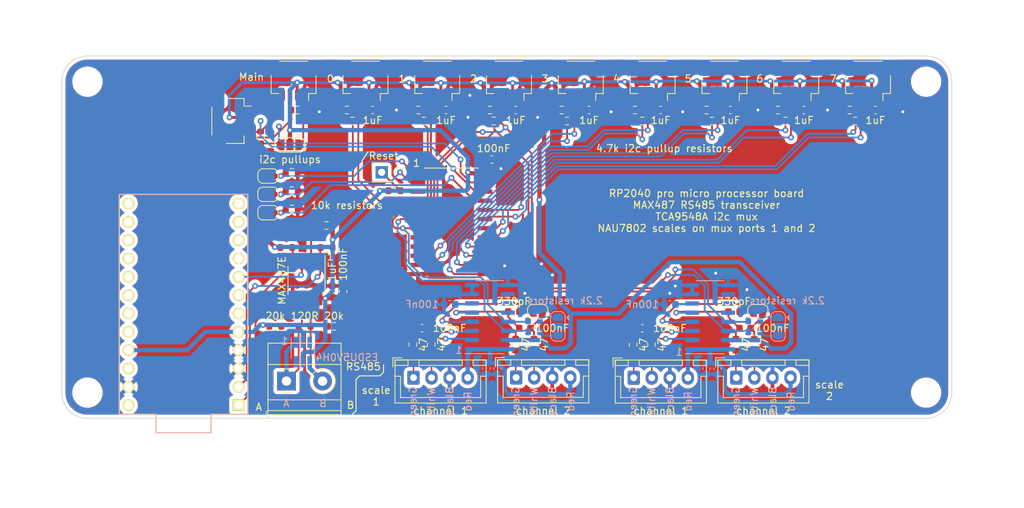
<source format=kicad_pcb>
(kicad_pcb (version 20211014) (generator pcbnew)
  (layers (0 "F.Cu" signal) (31 "B.Cu" signal) (34 "B.Paste" user) (35 "F.Paste" user) (36 "B.SilkS" user "B.Silkscreen") (37 "F.SilkS" user "F.Silkscreen") (38 "B.Mask" user) (39 "F.Mask" user) (44 "Edge.Cuts" user))
  (net 0 "")
  (net 1 "+3V3")
  (net 2 "GND")
  (net 3 "Net-(C12-Pad1)")
  (net 4 "/nau7802 module/B+")
  (net 5 "Net-(C13-Pad1)")
  (net 6 "Net-(C13-Pad2)")
  (net 7 "Net-(C14-Pad1)")
  (net 8 "Net-(C17-Pad1)")
  (net 9 "/nau7802 module1/B+")
  (net 10 "Net-(C18-Pad1)")
  (net 11 "Net-(C18-Pad2)")
  (net 12 "Net-(C19-Pad1)")
  (net 13 "Main_SDA")
  (net 14 "Main_SCL")
  (net 15 "A")
  (net 17 "B")
  (net 19 "Net-(J4-Pad1)")
  (net 20 "Net-(J5-Pad1)")
  (net 21 "Net-(J5-Pad3)")
  (net 22 "SDA5")
  (net 23 "SCL5")
  (net 24 "SDA6")
  (net 25 "SCL6")
  (net 26 "SDA7")
  (net 27 "SCL7")
  (net 28 "SDA3")
  (net 29 "SCL3")
  (net 30 "SDA4")
  (net 31 "SCL4")
  (net 32 "SDA2")
  (net 33 "SCL2")
  (net 34 "SDA0")
  (net 35 "SCL0")
  (net 36 "SDA1")
  (net 37 "SCL1")
  (net 38 "/nau7802 module/A+")
  (net 39 "/nau7802 module/A-")
  (net 40 "/nau7802 module/B-")
  (net 41 "Net-(J18-Pad1)")
  (net 42 "Net-(J18-Pad3)")
  (net 43 "/nau7802 module1/A+")
  (net 44 "/nau7802 module1/A-")
  (net 45 "/nau7802 module1/B-")
  (net 46 "Net-(J22-Pad1)")
  (net 47 "Net-(J22-Pad3)")
  (net 48 "A0")
  (net 49 "A1")
  (net 50 "A2")
  (net 51 "Tx")
  (net 52 "485 direction")
  (net 53 "Rx")
  (net 72 "/nau7802 module/INT")
  (net 75 "/nau7802 module1/INT")
  (net 76 "Net-(C12-Pad2)")
  (net 77 "Net-(C17-Pad2)")
  (net 78 "Net-(J17-Pad2)")
  (net 79 "Net-(J21-Pad2)")
  (net 80 "Net-(U4-Pad1)")
  (net 81 "Net-(U5-Pad1)")
  (footprint "Resistor_SMD:R_0603_1608Metric" (layer "F.Cu") (at 213.106 130.569 90)
    (fp_text reference "R39" hide)
    (fp_text value "47")
  )
  (footprint "Resistor_SMD:R_0603_1608Metric" (layer "F.Cu") (at 149.098 106.68)
    (fp_text reference "R4" hide)
    (fp_text value "10k")
  )
  (footprint "Resistor_SMD:R_0603_1608Metric" (layer "F.Cu") (at 210.566 130.569 90)
    (fp_text reference "R40" hide)
    (fp_text value "47")
  )
  (footprint "Evan's misc parts:SOIC127P1030X265-24N" (layer "F.Cu") (at 171.196 113.792)
    (fp_text reference "U3" hide)
    (fp_text value "PCA9548ADW")
  )
  (footprint "Resistor_SMD:R_0603_1608Metric" (layer "F.Cu") (at 146.812 128.016 180)
    (fp_text reference "R7" hide)
    (fp_text value "20k")
  )
  (footprint "Jumper:SolderJumper-2_P1.3mm_Open_RoundedPad1.0x1.5mm" (layer "F.Cu") (at 145.796 109.728)
    (fp_text reference "JP2" hide)
    (fp_text value "Jumper_2_Open")
  )
  (footprint "Resistor_SMD:R_0603_1608Metric" (layer "F.Cu") (at 198.882 130.569 90)
    (fp_text reference "R33" hide)
    (fp_text value "47")
  )
  (footprint "Resistor_SMD:R_0603_1608Metric" (layer "F.Cu") (at 196.342 130.569 90)
    (fp_text reference "R34" hide)
    (fp_text value "47")
  )
  (footprint "Connector_JST:JST_SH_SM04B-SRSS-TB_1x04-1MP_P1.00mm_Horizontal" (layer "F.Cu") (at 169.2275 93.98 180)
    (fp_text reference "J14" hide)
    (fp_text value "i2c 1")
  )
  (footprint "Capacitor_SMD:C_0603_1608Metric" (layer "F.Cu") (at 190.246 98.044)
    (fp_text reference "C7" hide)
    (fp_text value "1uF")
  )
  (footprint "Resistor_SMD:R_0603_1608Metric" (layer "F.Cu") (at 186.436 98.044)
    (fp_text reference "R19" hide)
    (fp_text value "4.7k")
  )
  (footprint "Capacitor_SMD:C_0603_1608Metric" (layer "F.Cu") (at 170.434 98.044)
    (fp_text reference "C11" hide)
    (fp_text value "1uF")
  )
  (footprint "Connector_JST:JST_XH_B4B-XH-A_1x04_P2.50mm_Vertical" (layer "F.Cu") (at 196.422 135.141)
    (fp_text reference "J19" hide)
    (fp_text value "channel 1")
  )
  (footprint "Resistor_SMD:R_0603_1608Metric" (layer "F.Cu") (at 157.48 99.568)
    (fp_text reference "R27" hide)
    (fp_text value "4.7k")
  )
  (footprint "Capacitor_SMD:C_0603_1608Metric" (layer "F.Cu") (at 210.312 125.997 180)
    (fp_text reference "C17" hide)
    (fp_text value "330pF")
  )
  (footprint "Resistor_SMD:R_0603_1608Metric" (layer "F.Cu") (at 182.626 130.556 90)
    (fp_text reference "R37" hide)
    (fp_text value "47")
  )
  (footprint "Connector_JST:JST_SH_SM04B-SRSS-TB_1x04-1MP_P1.00mm_Horizontal" (layer "F.Cu") (at 189.103 93.98 180)
    (fp_text reference "J10" hide)
    (fp_text value "i2c 3")
  )
  (footprint "Capacitor_SMD:C_0603_1608Metric" (layer "F.Cu") (at 167.132 128.27 180)
    (fp_text reference "C13" hide)
    (fp_text value "100nF")
  )
  (footprint "Resistor_SMD:R_0603_1608Metric" (layer "F.Cu") (at 167.386 99.568)
    (fp_text reference "R28" hide)
    (fp_text value "4.7k")
  )
  (footprint "Package_SO:SOIC-8_3.9x4.9mm_P1.27mm" (layer "F.Cu") (at 151.13 121.666 -90)
    (fp_text reference "U1" hide)
    (fp_text value "MAX487E")
  )
  (footprint "Capacitor_SMD:C_0603_1608Metric" (layer "F.Cu") (at 229.87 98.044)
    (fp_text reference "C6" hide)
    (fp_text value "1uF")
  )
  (footprint "Connector_JST:JST_XH_B4B-XH-A_1x04_P2.50mm_Vertical" (layer "F.Cu") (at 210.626 135.124)
    (fp_text reference "J20" hide)
    (fp_text value "channel 2")
  )
  (footprint "Resistor_SMD:R_0603_1608Metric" (layer "F.Cu") (at 150.876 128.016 180)
    (fp_text reference "R6" hide)
    (fp_text value "120R")
  )
  (footprint "Connector_PinHeader_2.54mm:PinHeader_1x01_P2.54mm_Vertical" (layer "F.Cu") (at 161.544 106.68)
    (fp_text reference "J4" hide)
    (fp_text value "Conn_01x01")
  )
  (footprint "Capacitor_SMD:C_0603_1608Metric" (layer "F.Cu") (at 154.686 123.19 90)
    (fp_text reference "C1" hide)
    (fp_text value "1uF")
  )
  (footprint "Connector_JST:JST_SH_SM04B-SRSS-TB_1x04-1MP_P1.00mm_Horizontal" (layer "F.Cu") (at 228.854 93.98 180)
    (fp_text reference "J9" hide)
    (fp_text value "i2c 7")
  )
  (footprint "Resistor_SMD:R_0603_1608Metric" (layer "F.Cu") (at 207.264 99.568)
    (fp_text reference "R16" hide)
    (fp_text value "4.7k")
  )
  (footprint "Resistor_SMD:R_0603_1608Metric" (layer "F.Cu") (at 166.624 98.044)
    (fp_text reference "R23" hide)
    (fp_text value "4.7k")
  )
  (footprint "Resistor_SMD:R_0603_1608Metric" (layer "F.Cu") (at 197.612 99.568)
    (fp_text reference "R25" hide)
    (fp_text value "4.7k")
  )
  (footprint "TerminalBlock_Phoenix:TerminalBlock_Phoenix_MKDS-1,5-2_1x02_P5.00mm_Horizontal" (layer "F.Cu") (at 148.362 135.6)
    (fp_text reference "J3" hide)
    (fp_text value "rs485")
  )
  (footprint "Resistor_SMD:R_0603_1608Metric" (layer "F.Cu") (at 196.596 98.044)
    (fp_text reference "R20" hide)
    (fp_text value "4.7k")
  )
  (footprint "Jumper:SolderJumper-3_P1.3mm_Open_RoundedPad1.0x1.5mm" (layer "F.Cu") (at 148.844 102.87 180)
    (fp_text reference "J5" hide)
    (fp_text value "i2c pullups")
  )
  (footprint "Capacitor_SMD:C_0603_1608Metric" (layer "F.Cu") (at 160.274 98.044)
    (fp_text reference "C10" hide)
    (fp_text value "1uF")
  )
  (footprint "Connector_JST:JST_XH_B4B-XH-A_1x04_P2.50mm_Vertical" (layer "F.Cu") (at 180.146 135.111)
    (fp_text reference "J16" hide)
    (fp_text value "channel 2")
  )
  (footprint "Resistor_SMD:R_0603_1608Metric" (layer "F.Cu") (at 168.402 130.556 90)
    (fp_text reference "R29" hide)
    (fp_text value "47")
  )
  (footprint "Resistor_SMD:R_0603_1608Metric" (layer "F.Cu") (at 144.78 101.854 90)
    (fp_text reference "R11" hide)
    (fp_text value "4.7k")
  )
  (footprint "Resistor_SMD:R_0603_1608Metric" (layer "F.Cu") (at 149.098 109.22)
    (fp_text reference "R8" hide)
    (fp_text value "10k")
  )
  (footprint "Resistor_SMD:R_0603_1608Metric" (layer "F.Cu") (at 180.086 130.556 90)
    (fp_text reference "R38" hide)
    (fp_text value "47")
  )
  (footprint "Resistor_SMD:R_0603_1608Metric" (layer "F.Cu") (at 227.076 99.568)
    (fp_text reference "R18" hide)
    (fp_text value "4.7k")
  )
  (footprint "Connector_JST:JST_SH_SM04B-SRSS-TB_1x04-1MP_P1.00mm_Horizontal" (layer "F.Cu") (at 199.04075 93.98 180)
    (fp_text reference "J11" hide)
    (fp_text value "i2c 4")
  )
  (footprint "Capacitor_SMD:C_0603_1608Metric" (layer "F.Cu") (at 176.784 104.902)
    (fp_text reference "C3" hide)
    (fp_text value "100nF")
  )
  (footprint "MountingHole:MountingHole_3.2mm_M3" (layer "F.Cu") (at 236.895 94.121)
    (fp_text reference "REF**" hide)
    (fp_text value "MountingHole_3.2mm_M3")
  )
  (footprint "Resistor_SMD:R_0603_1608Metric" (layer "F.Cu") (at 206.502 98.044)
    (fp_text reference "R13" hide)
    (fp_text value "4.7k")
  )
  (footprint "Connector_JST:JST_SH_SM04B-SRSS-TB_1x04-1MP_P1.00mm_Horizontal" (layer "F.Cu") (at 218.91625 93.98 180)
    (fp_text reference "J8" hide)
    (fp_text value "i2c 6")
  )
  (footprint "MountingHole:MountingHole_3.2mm_M3" (layer "F.Cu") (at 120.816 94.121)
    (fp_text reference "REF**" hide)
    (fp_text value "MountingHole_3.2mm_M3")
  )
  (footprint "Resistor_SMD:R_0603_1608Metric" (layer "F.Cu") (at 154.94 128.016 180)
    (fp_text reference "R5" hide)
    (fp_text value "20k")
  )
  (footprint "Capacitor_SMD:C_0603_1608Metric" (layer "F.Cu") (at 211.836 128.283 180)
    (fp_text reference "C23" hide)
    (fp_text value "100nF")
  )
  (footprint "Resistor_SMD:R_0603_1608Metric" (layer "F.Cu") (at 149.098 111.76)
    (fp_text reference "R9" hide)
    (fp_text value "10k")
  )
  (footprint "MountingHole:MountingHole_3.2mm_M3" (layer "F.Cu") (at 236.895 137.2)
    (fp_text reference "REF**" hide)
    (fp_text value "MountingHole_3.2mm_M3")
  )
  (footprint "Resistor_SMD:R_0603_1608Metric" (layer "F.Cu") (at 153.924 117.094 180)
    (fp_text reference "R3" hide)
    (fp_text value "10k" hide)
  )
  (footprint "Capacitor_SMD:C_0603_1608Metric" (layer "F.Cu") (at 156.21 123.19 90)
    (fp_text reference "C2" hide)
    (fp_text value "100nF")
  )
  (footprint "Jumper:SolderJumper-2_P1.3mm_Open_RoundedPad1.0x1.5mm" (layer "F.Cu") (at 145.796 112.268)
    (fp_text reference "JP3" hide)
    (fp_text value "Jumper_2_Open")
  )
  (footprint "Connector_JST:JST_XH_B4B-XH-A_1x04_P2.50mm_Vertical" (layer "F.Cu") (at 165.942 135.128)
    (fp_text reference "J15" hide)
    (fp_text value "channel 1")
  )
  (footprint "Resistor_SMD:R_0603_1608Metric" (layer "F.Cu") (at 163.322 109.22)
    (fp_text reference "R10" hide)
    (fp_text value "10k" hide)
  )
  (footprint "Resistor_SMD:R_0603_1608Metric" (layer "F.Cu") (at 176.53 98.044)
    (fp_text reference "R21" hide)
    (fp_text value "4.7k")
  )
  (footprint "Resistor_SMD:R_0603_1608Metric" (layer "F.Cu") (at 217.424 99.568)
    (fp_text reference "R17" hide)
    (fp_text value "4.7k")
  )
  (footprint "Capacitor_SMD:C_0603_1608Metric" (layer "F.Cu") (at 200.152 98.044)
    (fp_text reference "C8" hide)
    (fp_text value "1uF")
  )
  (footprint "Resistor_SMD:R_0603_1608Metric" (layer "F.Cu") (at 216.408 98.044)
    (fp_text reference "R14" hide)
    (fp_text value "4.7k")
  )
  (footprint "Jumper:SolderJumper-2_P1.3mm_Bridged_RoundedPad1.0x1.5mm" (layer "F.Cu") (at 213.614 125.997)
    (fp_text reference "J21" hide)
    (fp_text value "cap")
  )
  (footprint "Resistor_SMD:R_0603_1608Metric" (layer "F.Cu") (at 187.198 99.568)
    (fp_text reference "R24" hide)
    (fp_text value "4.7k")
  )
  (footprint "Resistor_SMD:R_0603_1608Metric" (layer "F.Cu") (at 165.862 130.556 90)
    (fp_text reference "R30" hide)
    (fp_text value "47")
  )
  (footprint "Connector_JST:JST_SH_SM04B-SRSS-TB_1x04-1MP_P1.00mm_Horizontal" (layer "F.Cu") (at 159.28975 93.98 180)
    (fp_text reference "J13" hide)
    (fp_text value "i2c 0")
  )
  (footprint "MountingHole:MountingHole_3.2mm_M3" (layer "F.Cu") (at 120.816 137.2)
    (fp_text reference "REF**" hide)
    (fp_text value "MountingHole_3.2mm_M3")
  )
  (footprint "Connector_JST:JST_SH_SM04B-SRSS-TB_1x04-1MP_P1.00mm_Horizontal" (layer "F.Cu") (at 208.9785 93.98 180)
    (fp_text reference "J7" hide)
    (fp_text value "i2c 5")
  )
  (footprint "Capacitor_SMD:C_0603_1608Metric" (layer "F.Cu") (at 180.086 98.044)
    (fp_text reference "C9" hide)
    (fp_text value "1uF")
  )
  (footprint "Resistor_SMD:R_0603_1608Metric" (layer "F.Cu") (at 149.86 98.044 180)
    (fp_text reference "R12" hide)
    (fp_text value "4.7k")
  )
  (footprint "Evan's misc parts:ProMicro" (layer "F.Cu") (at 134.112 124.968 90)
    (fp_text reference "U2" hide)
    (fp_text value "ProMicro_2040")
  )
  (footprint "Jumper:SolderJumper-2_P1.3mm_Bridged_RoundedPad1.0x1.5mm" (layer "F.Cu") (at 183.134 125.984)
    (fp_text reference "J17" hide)
    (fp_text value "cap")
  )
  (footprint "Connector_JST:JST_SH_SM04B-SRSS-TB_1x04-1MP_P1.00mm_Horizontal" (layer "F.Cu") (at 149.352 93.98 180)
    (fp_text reference "J6" hide)
    (fp_text value "qwiic from pro micro")
  )
  (footprint "Capacitor_SMD:C_0603_1608Metric" (layer "F.Cu") (at 181.356 128.27 180)
    (fp_text reference "C22" hide)
    (fp_text value "100nF")
  )
  (footprint "Resistor_SMD:R_0603_1608Metric" (layer "F.Cu") (at 153.924 114.046 180)
    (fp_text reference "R2" hide)
    (fp_text value "10k" hide)
  )
  (footprint "Capacitor_SMD:C_0603_1608Metric" (layer "F.Cu") (at 209.804 98.044)
    (fp_text reference "C4" hide)
    (fp_text value "1uF")
  )
  (footprint "Connector_JST:JST_SH_SM04B-SRSS-TB_1x04-1MP_P1.00mm_Horizontal" (layer "F.Cu") (at 179.16525 93.98 180)
    (fp_text reference "J12" hide)
    (fp_text value "i2c 2")
  )
  (footprint "Connector_JST:JST_SH_SM04B-SRSS-TB_1x04-1MP_P1.00mm_Horizontal" (layer "F.Cu") (at 140.716 99.568 -90)
    (fp_text reference "J1" hide)
    (fp_text value "main i2c")
  )
  (footprint "Jumper:SolderJumper-2_P1.3mm_Open_RoundedPad1.0x1.5mm" (layer "F.Cu") (at 145.796 107.188)
    (fp_text reference "JP1" hide)
    (fp_text value "Jumper_2_Open")
  )
  (footprint "Resistor_SMD:R_0603_1608Metric" (layer "F.Cu") (at 226.314 98.044)
    (fp_text reference "R15" hide)
    (fp_text value "4.7k")
  )
  (footprint "Resistor_SMD:R_0603_1608Metric" (layer "F.Cu") (at 148.336 117.094)
    (fp_text reference "R1" hide)
    (fp_text value "10k" hide)
  )
  (footprint "Resistor_SMD:R_0603_1608Metric" (layer "F.Cu") (at 177.038 99.568)
    (fp_text reference "R26" hide)
    (fp_text value "4.7k")
  )
  (footprint "Capacitor_SMD:C_0603_1608Metric" (layer "F.Cu") (at 219.964 98.044)
    (fp_text reference "C5" hide)
    (fp_text value "1uF")
  )
  (footprint "Resistor_SMD:R_0603_1608Metric" (layer "F.Cu") (at 156.718 98.044)
    (fp_text reference "R22" hide)
    (fp_text value "4.7k")
  )
  (footprint "Capacitor_SMD:C_0603_1608Metric" (layer "F.Cu") (at 179.832 125.984 180)
    (fp_text reference "C12" hide)
    (fp_text value "330pF")
  )
  (footprint "Capacitor_SMD:C_0603_1608Metric" (layer "F.Cu") (at 197.612 128.283 180)
    (fp_text reference "C18" hide)
    (fp_text value "100nF")
  )
  (footprint "Jumper:SolderJumper-3_P1.3mm_Open_RoundedPad1.0x1.5mm" (layer "B.Cu") (at 216.408 128.029 -90)
    (fp_text reference "J22" hide)
    (fp_text value "i2c pullips")
  )
  (footprint "Resistor_SMD:R_0603_1608Metric" (layer "B.Cu") (at 213.106 127.267 180)
    (fp_text reference "R35" hide)
    (fp_text value "2.2k")
  )
  (footprint "Package_TO_SOT_SMD:SOT-23-6_Handsoldering" (layer "B.Cu") (at 150.622 131.572 -90)
    (fp_text reference "J2" hide)
    (fp_text value "ESDU5V0H4")
  )
  (footprint "Capacitor_SMD:C_0603_1608Metric" (layer "B.Cu") (at 176.022 133.858 -90)
    (fp_text reference "C15" hide)
    (fp_text value "100nF")
  )
  (footprint "Capacitor_SMD:C_0603_1608Metric" (layer "B.Cu") (at 208.026 133.871 -90)
    (fp_text reference "C21" hide)
    (fp_text value "1uF")
  )
  (footprint "Capacitor_SMD:C_0603_1608Metric" (layer "B.Cu") (at 206.502 133.871 -90)
    (fp_text reference "C20" hide)
    (fp_text value "100nF")
  )
  (footprint "Package_SO:SOIC-16_3.9x9.9mm_P1.27mm" (layer "B.Cu") (at 207.01 126.759)
    (fp_text reference "U5" hide)
    (fp_text value "NAU7802SGI")
  )
  (footprint "Resistor_SMD:R_0603_1608Metric" (layer "B.Cu") (at 213.106 128.791 180)
    (fp_text reference "R36" hide)
    (fp_text value "2.2k")
  )
  (footprint "Capacitor_SMD:C_0603_1608Metric" (layer "B.Cu") (at 170.942 124.968 180)
    (fp_text reference "C14" hide)
    (fp_text value "100nF")
  )
  (footprint "Capacitor_SMD:C_0603_1608Metric" (layer "B.Cu") (at 177.546 133.858 -90)
    (fp_text reference "C16" hide)
    (fp_text value "1uF")
  )
  (footprint "Package_SO:SOIC-16_3.9x9.9mm_P1.27mm" (layer "B.Cu") (at 176.53 126.746)
    (fp_text reference "U4" hide)
    (fp_text value "NAU7802SGI")
  )
  (footprint "Resistor_SMD:R_0603_1608Metric" (layer "B.Cu") (at 182.626 128.778 180)
    (fp_text reference "R32" hide)
    (fp_text value "2.2k")
  )
  (footprint "Resistor_SMD:R_0603_1608Metric" (layer "B.Cu") (at 182.626 127.254 180)
    (fp_text reference "R31" hide)
    (fp_text value "2.2k")
  )
  (footprint "Jumper:SolderJumper-3_P1.3mm_Open_RoundedPad1.0x1.5mm" (layer "B.Cu") (at 185.928 128.016 -90)
    (fp_text reference "J18" hide)
    (fp_text value "i2c pullips")
  )
  (footprint "Capacitor_SMD:C_0603_1608Metric" (layer "B.Cu") (at 201.422 124.981 180)
    (fp_text reference "C19" hide)
    (fp_text value "100nF")
  )
  (gr_line (start 161.798 134.366) (end 161.29 134.874) (layer "F.SilkS") (width 0.15))
  (gr_line (start 158.496 134.874) (end 157.988 135.382) (layer "F.SilkS") (width 0.15))
  (gr_line (start 159.004 134.874) (end 158.496 134.874) (layer "F.SilkS") (width 0.15))
  (gr_line (start 157.988 138.176) (end 157.988 139.7) (layer "F.SilkS") (width 0.15))
  (gr_line (start 161.798 133.35) (end 161.798 134.366) (layer "F.SilkS") (width 0.15))
  (gr_line (start 157.988 135.382) (end 157.988 138.176) (layer "F.SilkS") (width 0.15))
  (gr_line (start 157.988 139.7) (end 157.48 140.208) (layer "F.SilkS") (width 0.15))
  (gr_line (start 161.29 134.874) (end 159.004 134.874) (layer "F.SilkS") (width 0.15))
  (gr_line (start 240.451 94.121) (end 240.451 137.073) (layer "Edge.Cuts") (width 0.1))
  (gr_line (start 236.895 140.758267) (end 120.816 140.756) (layer "Edge.Cuts") (width 0.1))
  (gr_line (start 120.816 90.565) (end 236.895 90.565) (layer "Edge.Cuts") (width 0.1))
  (gr_line (start 117.26 94.121) (end 117.26 137.2) (layer "Edge.Cuts") (width 0.1))
  (gr_arc (start 120.816 140.756) (mid 118.301528 139.714472) (end 117.26 137.2) (layer "Edge.Cuts") (width 0.1))
  (gr_arc (start 236.895 90.565) (mid 239.409472 91.606528) (end 240.451 94.121) (layer "Edge.Cuts") (width 0.1))
  (gr_arc (start 117.26 94.121) (mid 118.301528 91.606528) (end 120.816 90.565) (layer "Edge.Cuts") (width 0.1))
  (gr_arc (start 240.451 137.073) (mid 239.455582 139.670766) (end 236.895 140.758267) (layer "Edge.Cuts") (width 0.1))
  (gr_text "Red" (at 203.962 138.43 90) (layer "B.SilkS") (effects (font (size 1 1)) (justify mirror)))
  (gr_text "Green" (at 180.086 138.43 90) (layer "B.SilkS") (effects (font (size 1 1)) (justify mirror)))
  (gr_text "Red" (at 173.482 138.43 90) (layer "B.SilkS") (effects (font (size 1 1)) (justify mirror)))
  (gr_text "2.2k resistors" (at 217.678 124.46) (layer "B.SilkS") (effects (font (size 1 1)) (justify mirror)))
  (gr_text "White" (at 213.106 138.43 90) (layer "B.SilkS") (effects (font (size 1 1)) (justify mirror)))
  (gr_text "A" (at 148.336 138.684) (layer "B.SilkS") (effects (font (size 1 1)) (justify mirror)))
  (gr_text "Red" (at 218.186 138.43 90) (layer "B.SilkS") (effects (font (size 1 1)) (justify mirror)))
  (gr_text "1" (at 148.082 130.048) (layer "B.SilkS") (effects (font (size 1 1)) (justify mirror)))
  (gr_text "2.2k resistors" (at 186.944 124.46) (layer "B.SilkS") (effects (font (size 1 1)) (justify mirror)))
  (gr_text "Black" (at 185.166 138.43 90) (layer "B.SilkS") (effects (font (size 1 1)) (justify mirror)))
  (gr_text "White" (at 168.402 138.43 90) (layer "B.SilkS") (effects (font (size 1 1)) (justify mirror)))
  (gr_text "Green" (at 196.342 138.43 90) (layer "B.SilkS") (effects (font (size 1 1)) (justify mirror)))
  (gr_text "Black" (at 215.646 138.43 90) (layer "B.SilkS") (effects (font (size 1 1)) (justify mirror)))
  (gr_text "Black" (at 170.942 138.43 90) (layer "B.SilkS") (effects (font (size 1 1)) (justify mirror)))
  (gr_text "1" (at 172.212 131.318) (layer "B.SilkS") (effects (font (size 1 1)) (justify mirror)))
  (gr_text "White" (at 198.882 138.43 90) (layer "B.SilkS") (effects (font (size 1 1)) (justify mirror)))
  (gr_text "B" (at 153.416 138.684) (layer "B.SilkS") (effects (font (size 1 1)) (justify mirror)))
  (gr_text "Green" (at 165.862 138.43 90) (layer "B.SilkS") (effects (font (size 1 1)) (justify mirror)))
  (gr_text "White" (at 182.626 138.43 90) (layer "B.SilkS") (effects (font (size 1 1)) (justify mirror)))
  (gr_text "Black" (at 201.422 138.43 90) (layer "B.SilkS") (effects (font (size 1 1)) (justify mirror)))
  (gr_text "1" (at 202.692 131.572) (layer "B.SilkS") (effects (font (size 1 1)) (justify mirror)))
  (gr_text "Red" (at 187.706 138.43 90) (layer "B.SilkS") (effects (font (size 1 1)) (justify mirror)))
  (gr_text "Green" (at 210.566 138.43 90) (layer "B.SilkS") (effects (font (size 1 1)) (justify mirror)))
  (gr_text "0" (at 154.432 93.726) (layer "F.SilkS") (effects (font (size 1 1))))
  (gr_text "scale\n2" (at 223.52 136.906) (layer "F.SilkS") (effects (font (size 1 1))))
  (gr_text "10k resistors" (at 156.718 111.252) (layer "F.SilkS") (effects (font (size 1 1))))
  (gr_text "A" (at 144.526 139.192) (layer "F.SilkS") (effects (font (size 1 1))))
  (gr_text "1" (at 154.432 118.364) (layer "F.SilkS") (effects (font (size 1 1))))
  (gr_text "2" (at 174.244 93.726) (layer "F.SilkS") (effects (font (size 1 1))))
  (gr_text "7" (at 224.028 93.726) (layer "F.SilkS") (effects (font (size 1 1))))
  (gr_text "/Reset" (at 161.29 104.394) (layer "F.SilkS") (effects (font (size 1 1))))
  (gr_text "1" (at 164.338 93.726) (layer "F.SilkS") (effects (font (size 1 1))))
  (gr_text "3" (at 184.15 93.726) (layer "F.SilkS") (effects (font (size 1 1))))
  (gr_text "RS485" (at 159.004 133.604) (layer "F.SilkS") (effects (font (size 1 1))))
  (gr_text "5" (at 203.962 93.726) (layer "F.SilkS") (effects (font (size 1 1))))
  (gr_text "RP2040 pro micro processor board\nMAX487 RS485 transceiver\nTCA9548A i2c mux\nNAU7802 scales on mux ports 1 and 2" (at 206.502 112.014) (layer "F.SilkS") (effects (font (size 1 1))))
  (gr_text "Main" (at 143.51 93.472) (layer "F.SilkS") (effects (font (size 1 1))))
  (gr_text "6" (at 213.868 93.726) (layer "F.SilkS") (effects (font (size 1 1))))
  (gr_text "4.7k i2c pullup resistors" (at 200.66 103.378) (layer "F.SilkS") (effects (font (size 1 1))))
  (gr_text "B" (at 157.226 138.938) (layer "F.SilkS") (effects (font (size 1 1))))
  (gr_text "4" (at 194.056 93.726) (layer "F.SilkS") (effects (font (size 1 1))))
  (gr_text "1" (at 166.37 105.41) (layer "F.SilkS") (effects (font (size 1 1))))
  (gr_text "scale\n1" (at 160.782 137.668) (layer "F.SilkS") (effects (font (size 1 1))))
  (segment (start 156.464 99.568) (end 155.893 98.997) (width 0.6) (layer "F.Cu") (net 1))
  (segment (start 154.749 114.046) (end 154.749 116.015) (width 0.6) (layer "F.Cu") (net 1))
  (segment (start 189.603 97.912) (end 189.471 98.044) (width 0.4) (layer "F.Cu") (net 1))
  (segment (start 196.787 99.568) (end 196.787 99.505) (width 0.6) (layer "F.Cu") (net 1))
  (segment (start 175.836 105.075) (end 176.009 104.902) (width 0.6) (layer "F.Cu") (net 1))
  (segment (start 145.146 112.268) (end 145.146 109.728) (width 0.6) (layer "F.Cu") (net 1))
  (segment (start 162.497 109.22) (end 161.29 109.22) (width 0.6) (layer "F.Cu") (net 1))
  (segment (start 155.893 98.997) (end 155.893 98.044) (width 0.6) (layer "F.Cu") (net 1))
  (segment (start 206.439 99.568) (end 206.439 99.505) (width 0.6) (layer "F.Cu") (net 1))
  (segment (start 216.599 99.505) (end 215.583 98.489) (width 0.6) (layer "F.Cu") (net 1))
  (segment (start 173.609 106.807) (end 173.482 106.68) (width 0.6) (layer "F.Cu") (net 1))
  (segment (start 196.787 99.505) (end 195.771 98.489) (width 0.6) (layer "F.Cu") (net 1))
  (segment (start 205.677 98.743) (end 205.677 98.044) (width 0.6) (layer "F.Cu") (net 1))
  (segment (start 199.54075 95.98) (end 199.54075 97.88025) (width 0.4) (layer "F.Cu") (net 1))
  (segment (start 226.251 99.251) (end 225.489 98.489) (width 0.6) (layer "F.Cu") (net 1))
  (segment (start 169.7275 97.9755) (end 169.659 98.044) (width 0.4) (layer "F.Cu") (net 1))
  (segment (start 209.4785 97.5945) (end 209.029 98.044) (width 0.4) (layer "F.Cu") (net 1))
  (segment (start 225.489 94.2505) (end 225.25825 94.01975) (width 0.6) (layer "F.Cu") (net 1))
  (segment (start 229.354 95.98) (end 229.354 97.785) (width 0.4) (layer "F.Cu") (net 1))
  (segment (start 148.844 102.87) (end 148.844 100.838) (width 0.6) (layer "F.Cu") (net 1))
  (segment (start 209.4785 95.98) (end 209.4785 94.0515) (width 0.4) (layer "F.Cu") (net 1))
  (segment (start 195.771 94.7265) (end 195.17525 94.13075) (width 0.6) (layer "F.Cu") (net 1))
  (segment (start 185.611 98.044) (end 185.611 94.8535) (width 0.6) (layer "F.Cu") (net 1))
  (segment (start 145.146 115.428) (end 145.146 112.268) (width 0.6) (layer "F.Cu") (net 1))
  (segment (start 154.749 116.015) (end 154.749 117.094) (width 0.6) (layer "F.Cu") (net 1))
  (segment (start 147.448 117.031) (end 147.511 117.094) (width 0.6) (layer "F.Cu") (net 1))
  (segment (start 185.611 94.8535) (end 185.07875 94.32125) (width 0.6) (layer "F.Cu") (net 1))
  (segment (start 166.561 99.505) (end 165.799 98.743) (width 0.6) (layer "F.Cu") (net 1))
  (segment (start 229.362 94.488) (end 229.362 93.98) (width 0.4) (layer "F.Cu") (net 1))
  (segment (start 169.7275 95.98) (end 169.7275 94.2895) (width 0.4) (layer "F.Cu") (net 1))
  (segment (start 229.354 95.98) (end 229.354 94.496) (width 0.4) (layer "F.Cu") (net 1))
  (segment (start 146.749 117.031) (end 147.448 117.031) (width 0.6) (layer "F.Cu") (net 1))
  (segment (start 184.033511 102.499511) (end 184.033511 95.366489) (width 0.6) (layer "F.Cu") (net 1))
  (segment (start 215.583 98.044) (end 215.583 94.314) (width 0.6) (layer "F.Cu") (net 1))
  (segment (start 159.78975 97.75325) (end 159.499 98.044) (width 0.4) (layer "F.Cu") (net 1))
  (segment (start 176.213 98.552) (end 175.705 98.044) (width 0.6) (layer "F.Cu") (net 1))
  (segment (start 179.66525 95.98) (end 179.66525 94.32125) (width 0.4) (layer "F.Cu") (net 1))
  (segment (start 205.677 94.568) (end 205.1605 94.0515) (width 0.6) (layer "F.Cu") (net 1))
  (segment (start 156.655 99.568) (end 156.464 99.568) (width 0.6) (layer "F.Cu") (net 1))
  (segment (start 142.716 99.068) (end 140.47 99.068) (width 0.4) (layer "F.Cu") (net 1))
  (segment (start 155.893 98.044) (end 155.893 94.695) (width 0.6) (layer "F.Cu") (net 1))
  (segment (start 184.033511 95.366489) (end 185.07875 94.32125) (width 0.6) (layer "F.Cu") (net 1))
  (segment (start 185.611 98.743) (end 185.611 98.044) (width 0.6) (layer "F.Cu") (net 1))
  (segment (start 195.771 98.044) (end 195.771 94.7265) (width 0.6) (layer "F.Cu") (net 1))
  (segment (start 186.373 99.505) (end 185.611 98.743) (width 0.6) (layer "F.Cu") (net 1))
  (segment (start 159.78975 95.98) (end 159.78975 94.25775) (width 0.4) (layer "F.Cu") (net 1))
  (segment (start 183.388 110.49) (end 183.388 103.145022) (width 0.6) (layer "F.Cu") (net 1))
  (segment (start 159.78975 95.98) (end 159.78975 97.75325) (width 0.4) (layer "F.Cu") (net 1))
  (segment (start 154.51 124.141) (end 154.686 123.965) (width 0.6) (layer "F.Cu") (net 1))
  (segment (start 155.893 94.695) (end 155.44 94.242) (width 0.6) (layer "F.Cu") (net 1))
  (segment (start 225.489 98.044) (end 225.489 94.2505) (width 0.6) (layer "F.Cu") (net 1))
  (segment (start 145.798 127.827) (end 145.987 128.016) (width 0.6) (layer "F.Cu") (net 1))
  (segment (start 189.603 95.98) (end 189.603 97.912) (width 0.4) (layer "F.Cu") (net 1))
  (segment (start 175.705 98.044) (end 175.705 94.79) (width 0.6) (layer "F.Cu") (net 1))
  (segment (start 189.603 95.98) (end 189.603 94.099) (width 0.4) (layer "F.Cu") (net 1))
  (segment (start 154.686 123.965) (end 156.21 123.965) (width 0.6) (layer "F.Cu") (net 1))
  (segment (start 219.41625 95.98) (end 219.41625 94.01975) (width 0.4) (layer "F.Cu") (net 1))
  (segment (start 145.146 109.728) (end 145.146 107.188) (width 0.6) (layer "F.Cu") (net 1))
  (segment (start 153.735 124.141) (end 154.51 124.141) (width 0.6) (layer "F.Cu") (net 1))
  (segment (start 229.354 94.496) (end 229.362 94.488) (width 0.4) (layer "F.Cu") (net 1))
  (segment (start 219.41625 97.81675) (end 219.189 98.044) (width 0.4) (layer "F.Cu") (net 1))
  (segment (start 145.099 127.827) (end 145.798 127.827) (width 0.6) (layer "F.Cu") (net 1))
  (segment (start 153.035 124.141) (end 153.735 124.141) (width 0.6) (layer "F.Cu") (net 1))
  (segment (start 165.799 98.044) (end 165.799 94.7265) (width 0.6) (layer "F.Cu") (net 1))
  (segment (start 146.749 117.031) (end 145.146 115.428) (width 0.6) (layer "F.Cu") (net 1))
  (segment (start 205.677 98.044) (end 205.677 94.568) (width 0.6) (layer "F.Cu") (net 1))
  (segment (start 179.66525 97.68975) (end 179.311 98.044) (width 0.4) (layer "F.Cu") (net 1))
  (segment (start 166.561 99.568) (end 166.561 99.505) (width 0.6) (layer "F.Cu") (net 1))
  (segment (start 165.799 94.7265) (end 165.33025 94.25775) (width 0.6) (layer "F.Cu") (net 1))
  (segment (start 219.41625 95.98) (end 219.41625 97.81675) (width 0.4) (layer "F.Cu") (net 1))
  (segment (start 195.771 98.489) (end 195.771 98.044) (width 0.6) (layer "F.Cu") (net 1))
  (segment (start 176.213 99.568) (end 176.213 98.552) (width 0.6) (layer "F.Cu") (net 1))
  (segment (start 209.4785 95.98) (end 209.4785 97.5945) (width 0.4) (layer "F.Cu") (net 1))
  (segment (start 215.583 94.314) (end 215.3205 94.0515) (width 0.6) (layer "F.Cu") (net 1))
  (segment (start 216.599 99.568) (end 216.599 99.505) (width 0.6) (layer "F.Cu") (net 1))
  (segment (start 225.489 98.489) (end 225.489 98.044) (width 0.6) (layer "F.Cu") (net 1))
  (segment (start 175.836 106.807) (end 173.609 106.807) (width 0.6) (layer "F.Cu") (net 1))
  (segment (start 215.583 98.489) (end 215.583 98.044) (width 0.6) (layer "F.Cu") (net 1))
  (segment (start 199.54075 95.98) (end 199.54075 94.13075) (width 0.4) (layer "F.Cu") (net 1))
  (segment (start 183.388 103.145022) (end 184.033511 102.499511) (width 0.6) (layer "F.Cu") (net 1))
  (segment (start 199.54075 97.88025) (end 199.377 98.044) (width 0.4) (layer "F.Cu") (net 1))
  (segment (start 229.354 97.785) (end 229.095 98.044) (width 0.4) (layer "F.Cu") (net 1))
  (segment (start 186.373 99.568) (end 186.373 99.505) (width 0.6) (layer "F.Cu") (net 1))
  (segment (start 165.799 98.743) (end 165.799 98.044) (width 0.6) (layer "F.Cu") (net 1))
  (segment (start 179.66525 95.98) (end 179.66525 97.68975) (width 0.4) (layer "F.Cu") (net 1))
  (segment (start 175.836 106.807) (end 175.836 105.075) (width 0.6) (layer "F.Cu") (net 1))
  (segment (start 226.251 99.568) (end 226.251 99.251) (width 0.6) (layer "F.Cu") (net 1))
  (segment (start 169.7275 95.98) (end 169.7275 97.9755) (width 0.4) (layer "F.Cu") (net 1))
  (segment (start 175.705 94.79) (end 175.2045 94.2895) (width 0.6) (layer "F.Cu") (net 1))
  (segment (start 206.439 99.505) (end 205.677 98.743) (width 0.6) (layer "F.Cu") (net 1))
  (segment (start 149.852 95.98) (end 149.852 94.242) (width 0.4) (layer "F.Cu") (net 1))
  (via (at 209.4785 94.0515) (size 0.8) (drill 0.4) (layers "F.Cu" "B.Cu") (net 1))
  (via (at 169.7275 94.2895) (size 0.8) (drill 0.4) (layers "F.Cu" "B.Cu") (net 1))
  (via (at 183.388 110.49) (size 0.8) (drill 0.4) (layers "F.Cu" "B.Cu") (net 1))
  (via (at 215.3205 94.0515) (size 0.8) (drill 0.4) (layers "F.Cu" "B.Cu") (net 1))
  (via (at 219.41625 94.01975) (size 0.8) (drill 0.4) (layers "F.Cu" "B.Cu") (net 1))
  (via (at 159.78975 94.25775) (size 0.8) (drill 0.4) (layers "F.Cu" "B.Cu") (net 1))
  (via (at 148.844 100.838) (size 0.8) (drill 0.4) (layers "F.Cu" "B.Cu") (net 1))
  (via (at 154.749 116.015) (size 0.8) (drill 0.4) (layers "F.Cu" "B.Cu") (net 1))
  (via (at 153.735 124.141) (size 0.8) (drill 0.4) (layers "F.Cu" "B.Cu") (net 1))
  (via (at 205.1605 94.0515) (size 0.8) (drill 0.4) (layers "F.Cu" "B.Cu") (net 1))
  (via (at 145.099 127.827) (size 0.8) (drill 0.4) (layers "F.Cu" "B.Cu") (net 1))
  (via (at 189.603 94.099) (size 0.8) (drill 0.4) (layers "F.Cu" "B.Cu") (net 1))
  (via (at 199.54075 94.13075) (size 0.8) (drill 0.4) (layers "F.Cu" "B.Cu") (net 1))
  (via (at 149.852 94.242) (size 0.8) (drill 0.4) (layers "F.Cu" "B.Cu") (net 1))
  (via (at 165.33025 94.25775) (size 0.8) (drill 0.4) (layers "F.Cu" "B.Cu") (net 1))
  (via (at 225.25825 94.01975) (size 0.8) (drill 0.4) (layers "F.Cu" "B.Cu") (net 1))
  (via (at 185.07875 94.32125) (size 0.8) (drill 0.4) (layers "F.Cu" "B.Cu") (net 1))
  (via (at 155.44 94.242) (size 0.8) (drill 0.4) (layers "F.Cu" "B.Cu") (net 1))
  (via (at 146.749 117.031) (size 0.8) (drill 0.4) (layers "F.Cu" "B.Cu") (net 1))
  (via (at 195.17525 94.13075) (size 0.8) (drill 0.4) (layers "F.Cu" "B.Cu") (net 1))
  (via (at 175.2045 94.2895) (size 0.8) (drill 0.4) (layers "F.Cu" "B.Cu") (net 1))
  (via (at 161.29 109.22) (size 0.8) (drill 0.4) (layers "F.Cu" "B.Cu") (net 1))
  (via (at 229.362 93.98) (size 0.8) (drill 0.4) (layers "F.Cu" "B.Cu") (net 1))
  (via (at 140.47 99.068) (size 0.8) (drill 0.4) (layers "F.Cu" "B.Cu") (net 1))
  (via (at 173.482 106.68) (size 0.8) (drill 0.4) (layers "F.Cu" "B.Cu") (net 1))
  (via (at 179.66525 94.32125) (size 0.8) (drill 0.4) (layers "F.Cu" "B.Cu") (net 1))
  (segment (start 149.852 94.242) (end 155.44 94.242) (width 0.4) (layer "B.Cu") (net 1))
  (segment (start 134.62 131.318) (end 126.492 131.318) (width 0.6) (layer "B.Cu") (net 1))
  (segment (start 217.424 131.077) (end 218.186 130.315) (width 0.6) (layer "B.Cu") (net 1))
  (segment (start 152.146 131.572) (end 153.735 129.983) (width 0.6) (layer "B.Cu") (net 1))
  (segment (start 185.928 128.016) (end 187.706 128.016) (width 0.6) (layer "B.Cu") (net 1))
  (segment (start 150.622 131.767978) (end 150.817978 131.572) (width 0.6) (layer "B.Cu") (net 1))
  (segment (start 142.232 94.242) (end 149.852 94.242) (width 0.4) (layer "B.Cu") (net 1))
  (segment (start 183.769 129.921) (end 184.912 131.064) (width 0.6) (layer "B.Cu") (net 1))
  (segment (start 186.182 120.647898) (end 183.388 117.853898) (width 0.6) (layer "B.Cu") (net 1))
  (segment (start 144.715 127.827) (end 143.764 128.778) (width 0.6) (layer "B.Cu") (net 1))
  (segment (start 195.17525 94.13075) (end 199.54075 94.13075) (width 0.4) (layer "B.Cu") (net 1))
  (segment (start 154.749 117.031) (end 146.749 117.031) (width 0.6) (layer "B.Cu") (net 1))
  (segment (start 175.2045 94.2895) (end 179.6335 94.2895) (width 0.4) (layer "B.Cu") (net 1))
  (segment (start 205.1605 94.0515) (end 209.4785 94.0515) (width 0.4) (layer "B.Cu") (net 1))
  (segment (start 150.817978 131.572) (end 152.146 131.572) (width 0.6) (layer "B.Cu") (net 1))
  (segment (start 173.482 108.966) (end 173.482 106.68) (width 0.6) (layer "B.Cu") (net 1))
  (segment (start 169.674102 100.838) (end 148.844 100.838) (width 0.6) (layer "B.Cu") (net 1))
  (segment (start 145.099 127.827) (end 144.715 127.827) (width 0.6) (layer "B.Cu") (net 1))
  (segment (start 137.16 128.778) (end 134.62 131.318) (width 0.6) (layer "B.Cu") (net 1))
  (segment (start 215.392 131.077) (end 217.424 131.077) (width 0.6) (layer "B.Cu") (net 1))
  (segment (start 169.7275 94.2895) (end 175.2045 94.2895) (width 0.4) (layer "B.Cu") (net 1))
  (segment (start 159.78975 94.25775) (end 165.33025 94.25775) (width 0.4) (layer "B.Cu") (net 1))
  (segment (start 173.228 109.22) (end 173.482 108.966) (width 0.6) (layer "B.Cu") (net 1))
  (segment (start 189.63475 94.13075) (end 195.17525 94.13075) (width 0.4) (layer "B.Cu") (net 1))
  (segment (start 219.3845 94.0515) (end 219.41625 94.01975) (width 0.4) (layer "B.Cu") (net 1))
  (segment (start 148.844 95.25) (end 149.852 94.242) (width 0.6) (layer "B.Cu") (net 1))
  (segment (start 216.662 124.714) (end 211.074 119.126) (width 0.6) (layer "B.Cu") (net 1))
  (segment (start 189.603 94.099) (end 189.63475 94.13075) (width 0.4) (layer "B.Cu") (net 1))
  (segment (start 153.735 129.983) (end 153.735 127.827) (width 0.6) (layer "B.Cu") (net 1))
  (segment (start 150.622 132.922) (end 150.622 131.767978) (width 0.6) (layer "B.Cu") (net 1))
  (segment (start 154.749 123.127) (end 154.749 117.031) (width 0.6) (layer "B.Cu") (net 1))
  (segment (start 169.69575 94.25775) (end 169.7275 94.2895) (width 0.4) (layer "B.Cu") (net 1))
  (segment (start 186.944 131.064) (end 187.706 130.302) (width 0.6) (layer "B.Cu") (net 1))
  (segment (start 215.3205 94.0515) (end 219.3845 94.0515) (width 0.4) (layer "B.Cu") (net 1))
  (segment (start 173.482 106.68) (end 173.482 104.645898) (width 0.6) (layer "B.Cu") (net 1))
  (segment (start 218.186 126.251) (end 216.662 124.727) (width 0.6) (layer "B.Cu") (net 1))
  (segment (start 140.47 99.068) (end 140.47 96.004) (width 0.4) (layer "B.Cu") (net 1))
  (segment (start 218.186 130.315) (end 218.186 128.029) (width 0.6) (layer "B.Cu") (net 1))
  (segment (start 179.66525 94.32125) (end 185.07875 94.32125) (width 0.4) (layer "B.Cu") (net 1))
  (segment (start 185.07875 94.32125) (end 189.38075 94.32125) (width 0.4) (layer "B.Cu") (net 1))
  (segment (start 140.47 96.004) (end 142.232 94.242) (width 0.4) (layer "B.Cu") (net 1))
  (segment (start 209.4785 94.0515) (end 215.3205 94.0515) (width 0.4) (layer "B.Cu") (net 1))
  (segment (start 183.388 117.853898) (end 183.388 110.49) (width 0.6) (layer "B.Cu") (net 1))
  (segment (start 209.485 129.934) (end 214.249 129.934) (width 0.6) (layer "B.Cu") (net 1))
  (segment (start 154.749 116.015) (end 161.29 109.474) (width 0.6) (layer "B.Cu") (net 1))
  (segment (start 155.44 94.242) (end 159.774 94.242) (width 0.4) (layer "B.Cu") (net 1))
  (segment (start 141.732 128.778) (end 137.16 128.778) (width 0.6) (layer "B.Cu") (net 1))
  (segment (start 184.912 131.064) (end 186.944 131.064) (width 0.6) (layer "B.Cu") (net 1))
  (segment (start 199.54075 94.13075) (end 199.62 94.0515) (width 0.4) (layer "B.Cu") (net 1))
  (segment (start 211.074 119.126) (end 201.422 119.126) (width 0.6) (layer "B.Cu") (net 1))
  (segment (start 216.408 128.029) (end 218.186 128.029) (width 0.6) (layer "B.Cu") (net 1))
  (segment (start 153.735 127.827) (end 153.735 124.141) (width 0.6) (layer "B.Cu") (net 1))
  (segment (start 214.249 129.934) (end 215.392 131.077) (width 0.6) (layer "B.Cu") (net 1))
  (segment (start 148.844 100.838) (end 148.844 95.25) (width 0.6) (layer "B.Cu") (net 1))
  (segment (start 153.735 124.141) (end 154.749 123.127) (width 0.6) (layer "B.Cu") (net 1))
  (segment (start 179.005 129.921) (end 183.769 129.921) (width 0.6) (layer "B.Cu") (net 1))
  (segment (start 187.706 130.302) (end 187.706 128.016) (width 0.6) (layer "B.Cu") (net 1))
  (segment (start 161.29 109.22) (end 173.228 109.22) (width 0.6) (layer "B.Cu") (net 1))
  (segment (start 194.31 126.238) (end 187.706 126.238) (width 0.6) (layer "B.Cu") (net 1))
  (segment (start 153.735 127.827) (end 145.099 127.827) (width 0.6) (layer "B.Cu") (net 1))
  (segment (start 154.749 117.031) (end 154.749 116.015) (width 0.6) (layer "B.Cu") (net 1))
  (segment (start 179.6335 94.2895) (end 179.66525 94.32125) (width 0.4) (layer "B.Cu") (net 1))
  (segment (start 189.38075 94.32125) (end 189.603 94.099) (width 0.4) (layer "B.Cu") (net 1))
  (segment (start 159.774 94.242) (end 159.78975 94.25775) (width 0.4) (layer "B.Cu") (net 1))
  (segment (start 218.186 128.029) (end 218.186 126.251) (width 0.6) (layer "B.Cu") (net 1))
  (segment (start 201.422 119.126) (end 194.31 126.238) (width 0.6) (layer "B.Cu") (net 1))
  (segment (start 187.706 126.238) (end 186.182 124.714) (width 0.6) (layer "B.Cu") (net 1))
  (segment (start 143.764 128.778) (end 141.732 128.778) (width 0.6) (layer "B.Cu") (net 1))
  (segment (start 161.29 109.474) (end 161.29 109.22) (width 0.6) (layer "B.Cu") (net 1))
  (segment (start 219.41625 94.01975) (end 225.25825 94.01975) (width 0.4) (layer "B.Cu") (net 1))
  (segment (start 173.482 104.645898) (end 169.674102 100.838) (width 0.6) (layer "B.Cu") (net 1))
  (segment (start 216.662 124.727) (end 216.662 124.714) (width 0.6) (layer "B.Cu") (net 1))
  (segment (start 187.706 128.016) (end 187.706 126.238) (width 0.6) (layer "B.Cu") (net 1))
  (segment (start 186.182 124.714) (end 186.182 120.647898) (width 0.6) (layer "B.Cu") (net 1))
  (segment (start 225.25825 94.01975) (end 229.32225 94.01975) (width 0.4) (layer "B.Cu") (net 1))
  (segment (start 199.62 94.0515) (end 205.1605 94.0515) (width 0.4) (layer "B.Cu") (net 1))
  (segment (start 165.33025 94.25775) (end 169.69575 94.25775) (width 0.4) (layer "B.Cu") (net 1))
  (segment (start 229.32225 94.01975) (end 229.362 93.98) (width 0.4) (layer "B.Cu") (net 1))
  (segment (start 180.66525 97.84825) (end 180.861 98.044) (width 0.6) (layer "F.Cu") (net 2))
  (segment (start 180.66525 95.98) (end 180.66525 97.84825) (width 0.6) (layer "F.Cu") (net 2))
  (segment (start 160.78975 95.98) (end 160.78975 97.78475) (width 0.6) (layer "F.Cu") (net 2))
  (segment (start 210.4785 95.98) (end 210.4785 97.9435) (width 0.6) (layer "F.Cu") (net 2))
  (segment (start 200.54075 95.98) (end 200.54075 97.65775) (width 0.6) (layer "F.Cu") (net 2))
  (segment (start 230.354 95.98) (end 230.354 97.753) (width 0.6) (layer "F.Cu") (net 2))
  (segment (start 190.603 97.626) (end 191.021 98.044) (width 0.6) (layer "F.Cu") (net 2))
  (segment (start 190.603 95.98) (end 190.603 97.626) (width 0.6) (layer "F.Cu") (net 2))
  (segment (start 210.4785 97.9435) (end 210.579 98.044) (width 0.6) (layer "F.Cu") (net 2))
  (segment (start 200.54075 97.65775) (end 200.927 98.044) (width 0.6) (layer "F.Cu") (net 2))
  (segment (start 220.41625 95.98) (end 220.41625 97.72125) (width 0.6) (layer "F.Cu") (net 2))
  (segment (start 230.354 97.753) (end 230.645 98.044) (width 0.6) (layer "F.Cu") (net 2))
  (segment (start 170.7275 97.5625) (end 171.209 98.044) (width 0.6) (layer "F.Cu") (net 2))
  (segment (start 220.41625 97.72125) (end 220.739 98.044) (width 0.6) (layer "F.Cu") (net 2))
  (segment (start 160.78975 97.78475) (end 161.049 98.044) (width 0.6) (layer "F.Cu") (net 2))
  (segment (start 170.7275 95.98) (end 170.7275 97.5625) (width 0.6) (layer "F.Cu") (net 2))
  (via (at 178.562 119.634) (size 0.8) (drill 0.4) (layers "F.Cu" "B.Cu") (net 2))
  (via (at 173.736 96.012) (size 0.8) (drill 0.4) (layers "F.Cu" "B.Cu") (net 2))
  (via (at 223.266 98.044) (size 0.8) (drill 0.4) (layers "F.Cu" "B.Cu") (net 2))
  (via (at 212.09 122.936) (size 0.8) (drill 0.4) (layers "F.Cu" "B.Cu") (net 2))
  (via (at 213.614 98.044) (size 0.8) (drill 0.4) (layers "F.Cu" "B.Cu") (net 2))
  (via (at 181.356 123.444) (size 0.8) (drill 0.4) (layers "F.Cu" "B.Cu") (net 2))
  (via (at 183.642 119.38) (size 0.8) (drill 0.4) (layers "F.Cu" "B.Cu") (net 2))
  (via (at 207.772 120.65) (size 0.8) (drill 0.4) (layers "F.Cu" "B.Cu") (net 2))
  (via (at 185.166 120.904) (size 0.8) (drill 0.4) (layers "F.Cu" "B.Cu") (net 2))
  (via (at 183.134 99.06) (size 0.8) (drill 0.4) (layers "F.Cu" "B.Cu") (net 2))
  (via (at 201.422 123.444) (size 0.8) (drill 0.4) (layers "F.Cu" "B.Cu") (net 2))
  (via (at 233.68 98.298) (size 0.8) (drill 0.4) (layers "F.Cu" "B.Cu") (net 2))
  (via (at 173.482 99.06) (size 0.8) (drill 0.4) (layers "F.Cu" "B.Cu") (net 2))
  (via (at 152.908 98.298) (size 0.8) (drill 0.4) (layers "F.Cu" "B.Cu") (net 2))
  (via (at 163.576 98.044) (size 0.8) (drill 0.4) (layers "F.Cu" "B.Cu") (net 2))
  (via (at 178.054 106.172) (size 0.8) (drill 0.4) (layers "F.Cu" "B.Cu") (net 2))
  (via (at 193.294 98.298) (size 0.8) (drill 0.4) (layers "F.Cu" "B.Cu") (net 2))
  (via (at 203.2 98.298) (size 0.8) (drill 0.4) (layers "F.Cu" "B.Cu") (net 2))
  (via (at 202.184 122.428) (size 0.8) (drill 0.4) (layers "F.Cu" "B.Cu") (net 2))
  (segment (start 150.622 128.778) (end 150.47052 128.62652) (width 0.6) (layer "B.Cu") (net 2))
  (segment (start 150.47052 128.62652) (end 148.74148 128.62652) (width 0.6) (layer "B.Cu") (net 2))
  (segment (start 148.74148 128.62652) (end 147.32 130.048) (width 0.6) (layer "B.Cu") (net 2))
  (segment (start 150.622 130.222) (end 150.622 128.778) (width 0.6) (layer "B.Cu") (net 2))
  (segment (start 180.607 125.984) (end 182.484 125.984) (width 0.25) (layer "F.Cu") (net 3))
  (segment (start 180.086 135.051) (end 180.086 131.381) (width 0.2) (layer "F.Cu") (net 4))
  (segment (start 180.146 135.111) (end 180.086 135.051) (width 0.2) (layer "F.Cu") (net 4))
  (segment (start 168.402 128.765) (end 167.907 128.27) (width 0.25) (layer "F.Cu") (net 5))
  (segment (start 168.402 129.731) (end 170.371 129.731) (width 0.25) (layer "F.Cu") (net 5))
  (segment (start 168.402 129.731) (end 168.402 128.765) (width 0.25) (layer "F.Cu") (net 5))
  (via (at 170.371 129.731) (size 0.8) (drill 0.4) (layers "F.Cu" "B.Cu") (net 5))
  (segment (start 173.865 129.731) (end 174.055 129.921) (width 0.25) (layer "B.Cu") (net 5))
  (segment (start 170.371 129.731) (end 173.865 129.731) (width 0.25) (layer "B.Cu") (net 5))
  (segment (start 165.862 128.765) (end 166.357 128.27) (width 0.25) (layer "F.Cu") (net 6))
  (segment (start 167.15652 127.47048) (end 168.359618 127.47048) (width 0.25) (layer "F.Cu") (net 6))
  (segment (start 165.862 129.731) (end 165.862 128.765) (width 0.25) (layer "F.Cu") (net 6))
  (segment (start 169.667138 128.778) (end 171.196 128.778) (width 0.25) (layer "F.Cu") (net 6))
  (segment (start 168.359618 127.47048) (end 169.667138 128.778) (width 0.25) (layer "F.Cu") (net 6))
  (segment (start 166.357 128.27) (end 167.15652 127.47048) (width 0.25) (layer "F.Cu") (net 6))
  (via (at 171.196 128.778) (size 0.8) (drill 0.4) (layers "F.Cu" "B.Cu") (net 6))
  (segment (start 173.928 128.778) (end 174.055 128.651) (width 0.25) (layer "B.Cu") (net 6))
  (segment (start 171.196 128.778) (end 173.928 128.778) (width 0.25) (layer "B.Cu") (net 6))
  (segment (start 173.928 124.968) (end 174.055 124.841) (width 0.25) (layer "B.Cu") (net 7))
  (segment (start 171.717 124.968) (end 173.928 124.968) (width 0.25) (layer "B.Cu") (net 7))
  (segment (start 211.087 125.997) (end 212.964 125.997) (width 0.25) (layer "F.Cu") (net 8))
  (segment (start 210.626 135.124) (end 210.566 135.064) (width 0.2) (layer "F.Cu") (net 9))
  (segment (start 210.566 135.064) (end 210.566 131.394) (width 0.2) (layer "F.Cu") (net 9))
  (segment (start 198.882 128.778) (end 198.387 128.283) (width 0.25) (layer "F.Cu") (net 10))
  (segment (start 198.882 129.744) (end 200.851 129.744) (width 0.25) (layer "F.Cu") (net 10))
  (segment (start 198.882 129.744) (end 198.882 128.778) (width 0.25) (layer "F.Cu") (net 10))
  (via (at 200.851 129.744) (size 0.8) (drill 0.4) (layers "F.Cu" "B.Cu") (net 10))
  (segment (start 204.345 129.744) (end 204.535 129.934) (width 0.25) (layer "B.Cu") (net 10))
  (segment (start 200.851 129.744) (end 204.345 129.744) (width 0.25) (layer "B.Cu") (net 10))
  (segment (start 196.837 128.283) (end 197.63652 127.48348) (width 0.25) (layer "F.Cu") (net 11))
  (segment (start 196.342 129.744) (end 196.342 128.778) (width 0.25) (layer "F.Cu") (net 11))
  (segment (start 198.839618 127.48348) (end 200.147138 128.791) (width 0.25) (layer "F.Cu") (net 11))
  (segment (start 200.147138 128.791) (end 201.676 128.791) (width 0.25) (layer "F.Cu") (net 11))
  (segment (start 196.342 128.778) (end 196.837 128.283) (width 0.25) (layer "F.Cu") (net 11))
  (segment (start 197.63652 127.48348) (end 198.839618 127.48348) (width 0.25) (layer "F.Cu") (net 11))
  (via (at 201.676 128.791) (size 0.8) (drill 0.4) (layers "F.Cu" "B.Cu") (net 11))
  (segment (start 201.676 128.791) (end 204.408 128.791) (width 0.25) (layer "B.Cu") (net 11))
  (segment (start 204.408 128.791) (end 204.535 128.664) (width 0.25) (layer "B.Cu") (net 11))
  (segment (start 204.408 124.981) (end 204.535 124.854) (width 0.25) (layer "B.Cu") (net 12))
  (segment (start 202.197 124.981) (end 204.408 124.981) (width 0.25) (layer "B.Cu") (net 12))
  (segment (start 175.836 108.077) (end 173.854386 108.077) (width 0.25) (layer "F.Cu") (net 13))
  (segment (start 146.558 101.854) (end 147.447 100.965) (width 0.25) (layer "F.Cu") (net 13))
  (segment (start 149.035 99.377) (end 149.035 98.044) (width 0.25) (layer "F.Cu") (net 13))
  (segment (start 141.61648 100.721448) (end 141.61648 101.48448) (width 0.25) (layer "F.Cu") (net 13))
  (segment (start 141.986 101.854) (end 146.558 101.854) (width 0.25) (layer "F.Cu") (net 13))
  (segment (start 142.269928 100.068) (end 141.61648 100.721448) (width 0.25) (layer "F.Cu") (net 13))
  (segment (start 147.447 100.457) (end 147.447 100.965) (width 0.25) (layer "F.Cu") (net 13))
  (segment (start 148.852 95.98) (end 148.852 97.861) (width 0.25) (layer "F.Cu") (net 13))
  (segment (start 148.852 97.861) (end 149.035 98.044) (width 0.25) (layer "F.Cu") (net 13))
  (segment (start 147.32 100.33) (end 147.447 100.457) (width 0.25) (layer "F.Cu") (net 13))
  (segment (start 173.854386 108.077) (end 172.466 106.688614) (width 0.25) (layer "F.Cu") (net 13))
  (segment (start 141.61648 101.48448) (end 141.986 101.854) (width 0.25) (layer "F.Cu") (net 13))
  (segment (start 142.716 100.068) (end 142.269928 100.068) (width 0.25) (layer "F.Cu") (net 13))
  (segment (start 172.466 106.688614) (end 172.466 104.902) (width 0.25) (layer "F.Cu") (net 13))
  (segment (start 147.447 100.965) (end 149.035 99.377) (width 0.25) (layer "F.Cu") (net 13))
  (via (at 147.32 100.33) (size 0.8) (drill 0.4) (layers "F.Cu" "B.Cu") (net 13))
  (via (at 172.466 104.902) (size 0.8) (drill 0.4) (layers "F.Cu" "B.Cu") (net 13))
  (segment (start 170.23848 102.67448) (end 147.88648 102.67448) (width 0.25) (layer "B.Cu") (net 13))
  (segment (start 147.32 102.108) (end 147.32 100.33) (width 0.25) (layer "B.Cu") (net 13))
  (segment (start 147.88648 102.67448) (end 147.32 102.108) (width 0.25) (layer "B.Cu") (net 13))
  (segment (start 172.466 104.902) (end 170.23848 102.67448) (width 0.25) (layer "B.Cu") (net 13))
  (segment (start 144.741 101.068) (end 144.78 101.029) (width 0.25) (layer "F.Cu") (net 14))
  (segment (start 175.836 109.347) (end 174.488668 109.347) (width 0.25) (layer "F.Cu") (net 14))
  (segment (start 142.716 101.068) (end 144.741 101.068) (width 0.25) (layer "F.Cu") (net 14))
  (segment (start 144.78 99.568) (end 144.78 101.029) (width 0.25) (layer "F.Cu") (net 14))
  (segment (start 144.78 101.029) (end 147.852 97.957) (width 0.25) (layer "F.Cu") (net 14))
  (segment (start 171.45 106.308332) (end 171.45 106.172) (width 0.25) (layer "F.Cu") (net 14))
  (segment (start 174.488668 109.347) (end 171.45 106.308332) (width 0.25) (layer "F.Cu") (net 14))
  (segment (start 147.852 97.957) (end 147.852 95.98) (width 0.25) (layer "F.Cu") (net 14))
  (via (at 171.45 106.172) (size 0.8) (drill 0.4) (layers "F.Cu" "B.Cu") (net 14))
  (via (at 144.78 99.568) (size 0.8) (drill 0.4) (layers "F.Cu" "B.Cu") (net 14))
  (segment (start 171.45 106.172) (end 168.402 103.124) (width 0.25) (layer "B.Cu") (net 14))
  (segment (start 144.78 101.6) (end 144.78 99.568) (width 0.25) (layer "B.Cu") (net 14))
  (segment (start 146.304 103.124) (end 144.78 101.6) (width 0.25) (layer "B.Cu") (net 14))
  (segment (start 168.402 103.124) (end 146.304 103.124) (width 0.25) (layer "B.Cu") (net 14))
  (segment (start 150.495 127.572) (end 150.051 128.016) (width 0.25) (layer "F.Cu") (net 15))
  (segment (start 150.051 133.911) (end 148.362 135.6) (width 0.25) (layer "F.Cu") (net 15))
  (segment (start 150.051 128.016) (end 147.637 128.016) (width 0.25) (layer "F.Cu") (net 15))
  (segment (start 150.051 128.016) (end 150.051 133.911) (width 0.25) (layer "F.Cu") (net 15))
  (segment (start 150.495 124.141) (end 150.495 127.572) (width 0.25) (layer "F.Cu") (net 15))
  (segment (start 149.672 130.222) (end 148.362 131.532) (width 0.6) (layer "B.Cu") (net 15))
  (segment (start 148.362 131.532) (end 148.362 135.6) (width 0.6) (layer "B.Cu") (net 15))
  (segment (start 151.765 124.141) (end 151.701 124.205) (width 0.25) (layer "F.Cu") (net 17))
  (segment (start 151.701 128.016) (end 151.701 133.939) (width 0.25) (layer "F.Cu") (net 17))
  (segment (start 151.701 128.016) (end 154.115 128.016) (width 0.25) (layer "F.Cu") (net 17))
  (segment (start 151.701 124.205) (end 151.701 128.016) (width 0.25) (layer "F.Cu") (net 17))
  (segment (start 151.701 133.939) (end 153.362 135.6) (width 0.25) (layer "F.Cu") (net 17))
  (segment (start 151.572 132.922) (end 151.572 133.81) (width 0.6) (layer "B.Cu") (net 17))
  (segment (start 151.572 133.81) (end 153.362 135.6) (width 0.6) (layer "B.Cu") (net 17))
  (segment (start 164.084 109.22) (end 164.147 109.22) (width 0.25) (layer "F.Cu") (net 19))
  (segment (start 161.544 106.68) (end 164.084 109.22) (width 0.25) (layer "F.Cu") (net 19))
  (segment (start 164.274 109.347) (end 164.147 109.22) (width 0.25) (layer "F.Cu") (net 19))
  (segment (start 166.556 109.347) (end 164.274 109.347) (width 0.25) (layer "F.Cu") (net 19))
  (segment (start 150.685 98.044) (end 150.685 102.329) (width 0.25) (layer "F.Cu") (net 20))
  (segment (start 150.685 102.329) (end 150.144 102.87) (width 0.25) (layer "F.Cu") (net 20))
  (segment (start 144.78 102.679) (end 147.353 102.679) (width 0.25) (layer "F.Cu") (net 21))
  (segment (start 147.353 102.679) (end 147.544 102.87) (width 0.25) (layer "F.Cu") (net 21))
  (segment (start 208.25448 96.20402) (end 208.25448 99.40252) (width 0.25) (layer "F.Cu") (net 22))
  (segment (start 208.089 99.568) (end 208.28 99.759) (width 0.25) (layer "F.Cu") (net 22))
  (segment (start 175.836 118.237) (end 173.355 118.237) (width 0.25) (layer "F.Cu") (net 22))
  (segment (start 208.026 100.838) (end 208.026 99.631) (width 0.25) (layer "F.Cu") (net 22))
  (segment (start 173.355 118.237) (end 173.228 118.11) (width 0.25) (layer "F.Cu") (net 22))
  (segment (start 208.25448 99.40252) (end 208.089 99.568) (width 0.25) (layer "F.Cu") (net 22))
  (segment (start 208.4785 95.98) (end 208.25448 96.20402) (width 0.25) (layer "F.Cu") (net 22))
  (segment (start 208.026 99.631) (end 208.089 99.568) (width 0.25) (layer "F.Cu") (net 22))
  (via (at 173.228 118.11) (size 0.8) (drill 0.4) (layers "F.Cu" "B.Cu") (net 22))
  (via (at 208.026 100.838) (size 0.8) (drill 0.4) (layers "F.Cu" "B.Cu") (net 22))
  (segment (start 172.40752 116.647352) (end 185.031832 104.02304) (width 0.25) (layer "B.Cu") (net 22))
  (segment (start 185.031832 104.02304) (end 200.01496 104.02304) (width 0.25) (layer "B.Cu") (net 22))
  (segment (start 200.01496 104.02304) (end 203.2 100.838) (width 0.25) (layer "B.Cu") (net 22))
  (segment (start 173.228 118.11) (end 172.40752 117.28952) (width 0.25) (layer "B.Cu") (net 22))
  (segment (start 172.40752 117.28952) (end 172.40752 116.647352) (width 0.25) (layer "B.Cu") (net 22))
  (segment (start 203.2 100.838) (end 208.026 100.838) (width 0.25) (layer "B.Cu") (net 22))
  (segment (start 207.264 101.854) (end 207.264 98.107) (width 0.25) (layer "F.Cu") (net 23))
  (segment (start 207.264 98.107) (end 207.327 98.044) (width 0.25) (layer "F.Cu") (net 23))
  (segment (start 207.4785 97.8925) (end 207.327 98.044) (width 0.25) (layer "F.Cu") (net 23))
  (segment (start 207.4785 95.98) (end 207.4785 97.8925) (width 0.25) (layer "F.Cu") (net 23))
  (segment (start 175.836 116.967) (end 173.609 116.967) (width 0.25) (layer "F.Cu") (net 23))
  (segment (start 173.609 116.967) (end 173.482 116.84) (width 0.25) (layer "F.Cu") (net 23))
  (via (at 207.264 101.854) (size 0.8) (drill 0.4) (layers "F.Cu" "B.Cu") (net 23))
  (via (at 173.482 116.84) (size 0.8) (drill 0.4) (layers "F.Cu" "B.Cu") (net 23))
  (segment (start 203.386198 101.28752) (end 206.69752 101.28752) (width 0.25) (layer "B.Cu") (net 23))
  (segment (start 173.228 116.586) (end 173.228 116.46259) (width 0.25) (layer "B.Cu") (net 23))
  (segment (start 173.482 116.84) (end 173.228 116.586) (width 0.25) (layer "B.Cu") (net 23))
  (segment (start 173.228 116.46259) (end 185.21803 104.47256) (width 0.25) (layer "B.Cu") (net 23))
  (segment (start 185.21803 104.47256) (end 200.201158 104.47256) (width 0.25) (layer "B.Cu") (net 23))
  (segment (start 200.201158 104.47256) (end 203.386198 101.28752) (width 0.25) (layer "B.Cu") (net 23))
  (segment (start 206.69752 101.28752) (end 207.264 101.854) (width 0.25) (layer "B.Cu") (net 23))
  (segment (start 218.186 99.631) (end 218.249 99.568) (width 0.25) (layer "F.Cu") (net 24))
  (segment (start 218.41625 95.98) (end 218.41625 99.40075) (width 0.25) (layer "F.Cu") (net 24))
  (segment (start 175.836 115.697) (end 177.419 115.697) (width 0.25) (layer "F.Cu") (net 24))
  (segment (start 218.186 101.854) (end 218.186 99.631) (width 0.25) (layer "F.Cu") (net 24))
  (segment (start 218.41625 99.40075) (end 218.249 99.568) (width 0.25) (layer "F.Cu") (net 24))
  (segment (start 177.419 115.697) (end 178.308 114.808) (width 0.25) (layer "F.Cu") (net 24))
  (via (at 178.308 114.808) (size 0.8) (drill 0.4) (layers "F.Cu" "B.Cu") (net 24))
  (via (at 218.186 101.854) (size 0.8) (drill 0.4) (layers "F.Cu" "B.Cu") (net 24))
  (segment (start 185.590426 105.3716) (end 208.192118 105.3716) (width 0.25) (layer "B.Cu") (net 24))
  (segment (start 211.709718 101.854) (end 218.186 101.854) (width 0.25) (layer "B.Cu") (net 24))
  (segment (start 178.308 114.808) (end 179.032511 114.083489) (width 0.25) (layer "B.Cu") (net 24))
  (segment (start 179.032511 111.929515) (end 185.590426 105.3716) (width 0.25) (layer "B.Cu") (net 24))
  (segment (start 208.192118 105.3716) (end 211.709718 101.854) (width 0.25) (layer "B.Cu") (net 24))
  (segment (start 179.032511 114.083489) (end 179.032511 111.929515) (width 0.25) (layer "B.Cu") (net 24))
  (segment (start 175.836 114.427) (end 177.419 114.427) (width 0.25) (layer "F.Cu") (net 25))
  (segment (start 217.424 100.838) (end 217.424 98.235) (width 0.25) (layer "F.Cu") (net 25))
  (segment (start 217.41625 95.98) (end 217.41625 97.86075) (width 0.25) (layer "F.Cu") (net 25))
  (segment (start 217.424 98.235) (end 217.233 98.044) (width 0.25) (layer "F.Cu") (net 25))
  (segment (start 177.419 114.427) (end 178.308 113.538) (width 0.25) (layer "F.Cu") (net 25))
  (segment (start 217.41625 97.86075) (end 217.233 98.044) (width 0.25) (layer "F.Cu") (net 25))
  (via (at 178.308 113.538) (size 0.8) (drill 0.4) (layers "F.Cu" "B.Cu") (net 25))
  (via (at 217.424 100.838) (size 0.8) (drill 0.4) (layers "F.Cu" "B.Cu") (net 25))
  (segment (start 185.404228 104.92208) (end 208.00592 104.92208) (width 0.25) (layer "B.Cu") (net 25))
  (segment (start 212.09 100.838) (end 217.424 100.838) (width 0.25) (layer "B.Cu") (net 25))
  (segment (start 178.308 112.018308) (end 185.404228 104.92208) (width 0.25) (layer "B.Cu") (net 25))
  (segment (start 208.00592 104.92208) (end 212.09 100.838) (width 0.25) (layer "B.Cu") (net 25))
  (segment (start 178.308 113.538) (end 178.308 112.018308) (width 0.25) (layer "B.Cu") (net 25))
  (segment (start 228.354 99.115) (end 227.901 99.568) (width 0.25) (layer "F.Cu") (net 26))
  (segment (start 227.838 99.631) (end 227.901 99.568) (width 0.25) (layer "F.Cu") (net 26))
  (segment (start 176.179511 112.813489) (end 180.048511 112.813489) (width 0.25) (layer "F.Cu") (net 26))
  (segment (start 175.836 113.157) (end 176.179511 112.813489) (width 0.25) (layer "F.Cu") (net 26))
  (segment (start 228.354 95.98) (end 228.354 99.115) (width 0.25) (layer "F.Cu") (net 26))
  (segment (start 227.838 101.854) (end 227.838 99.631) (width 0.25) (layer "F.Cu") (net 26))
  (via (at 180.048511 112.813489) (size 0.8) (drill 0.4) (layers "F.Cu" "B.Cu") (net 26))
  (via (at 227.838 101.854) (size 0.8) (drill 0.4) (layers "F.Cu" "B.Cu") (net 26))
  (segment (start 227.838 101.854) (end 220.599718 101.854) (width 0.25) (layer "B.Cu") (net 26))
  (segment (start 181.572511 111.806103) (end 180.565125 112.813489) (width 0.25) (layer "B.Cu") (net 26))
  (segment (start 220.599718 101.854) (end 216.183078 106.27064) (width 0.25) (layer "B.Cu") (net 26))
  (segment (start 185.962822 106.27064) (end 181.572511 110.660951) (width 0.25) (layer "B.Cu") (net 26))
  (segment (start 180.565125 112.813489) (end 180.048511 112.813489) (width 0.25) (layer "B.Cu") (net 26))
  (segment (start 181.572511 110.660951) (end 181.572511 111.806103) (width 0.25) (layer "B.Cu") (net 26))
  (segment (start 216.183078 106.27064) (end 185.962822 106.27064) (width 0.25) (layer "B.Cu") (net 26))
  (segment (start 227.354 95.98) (end 227.354 97.829) (width 0.25) (layer "F.Cu") (net 27))
  (segment (start 227.139 100.775) (end 227.139 98.044) (width 0.25) (layer "F.Cu") (net 27))
  (segment (start 175.836 111.887) (end 180.467 111.887) (width 0.25) (layer "F.Cu") (net 27))
  (segment (start 227.139 98.044) (end 227.076 98.107) (width 0.25) (layer "F.Cu") (net 27))
  (segment (start 180.467 111.887) (end 180.848 111.506) (width 0.25) (layer "F.Cu") (net 27))
  (segment (start 226.822 101.092) (end 227.139 100.775) (width 0.25) (layer "F.Cu") (net 27))
  (segment (start 227.354 97.829) (end 227.139 98.044) (width 0.25) (layer "F.Cu") (net 27))
  (via (at 180.848 111.506) (size 0.8) (drill 0.4) (layers "F.Cu" "B.Cu") (net 27))
  (via (at 226.822 101.092) (size 0.8) (drill 0.4) (layers "F.Cu" "B.Cu") (net 27))
  (segment (start 215.99688 105.82112) (end 220.472 101.346) (width 0.25) (layer "B.Cu") (net 27))
  (segment (start 220.472 101.346) (end 226.568 101.346) (width 0.25) (layer "B.Cu") (net 27))
  (segment (start 226.568 101.346) (end 226.822 101.092) (width 0.25) (layer "B.Cu") (net 27))
  (segment (start 180.848 111.506) (end 180.848 110.749744) (width 0.25) (layer "B.Cu") (net 27))
  (segment (start 185.776624 105.82112) (end 215.99688 105.82112) (width 0.25) (layer "B.Cu") (net 27))
  (segment (start 180.848 110.749744) (end 185.776624 105.82112) (width 0.25) (layer "B.Cu") (net 27))
  (segment (start 168.275 118.237) (end 169.672 116.84) (width 0.25) (layer "F.Cu") (net 28))
  (segment (start 166.556 118.237) (end 168.275 118.237) (width 0.25) (layer "F.Cu") (net 28))
  (segment (start 188.214 99.759) (end 188.023 99.568) (width 0.25) (layer "F.Cu") (net 28))
  (segment (start 188.603 95.98) (end 188.603 98.988) (width 0.25) (layer "F.Cu") (net 28))
  (segment (start 188.214 101.346) (end 188.214 99.759) (width 0.25) (layer "F.Cu") (net 28))
  (segment (start 188.603 98.988) (end 188.023 99.568) (width 0.25) (layer "F.Cu") (net 28))
  (via (at 188.214 101.346) (size 0.8) (drill 0.4) (layers "F.Cu" "B.Cu") (net 28))
  (via (at 169.672 116.84) (size 0.8) (drill 0.4) (layers "F.Cu" "B.Cu") (net 28))
  (segment (start 169.672 116.84) (end 185.166 101.346) (width 0.25) (layer "B.Cu") (net 28))
  (segment (start 185.166 101.346) (end 188.214 101.346) (width 0.25) (layer "B.Cu") (net 28))
  (segment (start 187.198 98.107) (end 187.261 98.044) (width 0.25) (layer "F.Cu") (net 29))
  (segment (start 187.603 95.98) (end 187.603 97.702) (width 0.25) (layer "F.Cu") (net 29))
  (segment (start 168.529 119.507) (end 169.926 118.11) (width 0.25) (layer "F.Cu") (net 29))
  (segment (start 166.556 119.507) (end 168.529 119.507) (width 0.25) (layer "F.Cu") (net 29))
  (segment (start 187.198 102.362) (end 187.198 98.107) (width 0.25) (layer "F.Cu") (net 29))
  (segment (start 187.603 97.702) (end 187.261 98.044) (width 0.25) (layer "F.Cu") (net 29))
  (via (at 187.198 102.362) (size 0.8) (drill 0.4) (layers "F.Cu" "B.Cu") (net 29))
  (via (at 169.926 118.11) (size 0.8) (drill 0.4) (layers "F.Cu" "B.Cu") (net 29))
  (segment (start 170.878859 117.157141) (end 169.926 118.11) (width 0.25) (layer "B.Cu") (net 29))
  (segment (start 184.785718 102.362) (end 187.198 102.362) (width 0.25) (layer "B.Cu") (net 29))
  (segment (start 170.878859 116.268859) (end 170.878859 117.157141) (width 0.25) (layer "B.Cu") (net 29))
  (segment (start 170.878859 116.268859) (end 184.785718 102.362) (width 0.25) (layer "B.Cu") (net 29))
  (segment (start 198.54075 95.98) (end 198.54075 99.46425) (width 0.25) (layer "F.Cu") (net 30))
  (segment (start 171.577 120.777) (end 170.942 120.142) (width 0.25) (layer "F.Cu") (net 30))
  (segment (start 198.374 100.838) (end 198.374 99.631) (width 0.25) (layer "F.Cu") (net 30))
  (segment (start 198.54075 99.46425) (end 198.437 99.568) (width 0.25) (layer "F.Cu") (net 30))
  (segment (start 175.836 120.777) (end 171.577 120.777) (width 0.25) (layer "F.Cu") (net 30))
  (segment (start 198.374 99.631) (end 198.437 99.568) (width 0.25) (layer "F.Cu") (net 30))
  (via (at 170.942 120.142) (size 0.8) (drill 0.4) (layers "F.Cu" "B.Cu") (net 30))
  (via (at 198.374 100.838) (size 0.8) (drill 0.4) (layers "F.Cu" "B.Cu") (net 30))
  (segment (start 184.659436 103.124) (end 189.992 103.124) (width 0.25) (layer "B.Cu") (net 30))
  (segment (start 170.942 120.142) (end 170.942 117.729718) (width 0.25) (layer "B.Cu") (net 30))
  (segment (start 171.328379 117.343339) (end 171.328379 116.455057) (width 0.25) (layer "B.Cu") (net 30))
  (segment (start 170.942 117.729718) (end 171.328379 117.343339) (width 0.25) (layer "B.Cu") (net 30))
  (segment (start 171.328379 116.455057) (end 184.659436 103.124) (width 0.25) (layer "B.Cu") (net 30))
  (segment (start 189.992 103.124) (end 192.278 100.838) (width 0.25) (layer "B.Cu") (net 30))
  (segment (start 192.278 100.838) (end 198.374 100.838) (width 0.25) (layer "B.Cu") (net 30))
  (segment (start 197.54075 95.98) (end 197.54075 97.92425) (width 0.25) (layer "F.Cu") (net 31))
  (segment (start 172.339 119.507) (end 171.958 119.126) (width 0.25) (layer "F.Cu") (net 31))
  (segment (start 175.836 119.507) (end 172.339 119.507) (width 0.25) (layer "F.Cu") (net 31))
  (segment (start 197.612 98.235) (end 197.421 98.044) (width 0.25) (layer "F.Cu") (net 31))
  (segment (start 197.612 102.108) (end 197.612 98.235) (width 0.25) (layer "F.Cu") (net 31))
  (segment (start 197.54075 97.92425) (end 197.421 98.044) (width 0.25) (layer "F.Cu") (net 31))
  (via (at 197.612 102.108) (size 0.8) (drill 0.4) (layers "F.Cu" "B.Cu") (net 31))
  (via (at 171.958 119.126) (size 0.8) (drill 0.4) (layers "F.Cu" "B.Cu") (net 31))
  (segment (start 190.178198 103.57352) (end 192.464198 101.28752) (width 0.25) (layer "B.Cu") (net 31))
  (segment (start 171.958 116.461154) (end 184.845634 103.57352) (width 0.25) (layer "B.Cu") (net 31))
  (segment (start 192.464198 101.28752) (end 196.79152 101.28752) (width 0.25) (layer "B.Cu") (net 31))
  (segment (start 184.845634 103.57352) (end 190.178198 103.57352) (width 0.25) (layer "B.Cu") (net 31))
  (segment (start 171.958 119.126) (end 171.958 116.461154) (width 0.25) (layer "B.Cu") (net 31))
  (segment (start 196.79152 101.28752) (end 197.612 102.108) (width 0.25) (layer "B.Cu") (net 31))
  (segment (start 178.689 100.457) (end 182.31352 104.08152) (width 0.25) (layer "F.Cu") (net 32))
  (segment (start 182.31352 120.209802) (end 184.844198 122.74048) (width 0.25) (layer "F.Cu") (net 32))
  (segment (start 178.53648 96.10877) (end 178.53648 98.89452) (width 0.25) (layer "F.Cu") (net 32))
  (segment (start 177.863 99.568) (end 177.863 99.631) (width 0.25) (layer "F.Cu") (net 32))
  (segment (start 182.31352 104.08152) (end 182.31352 120.209802) (width 0.25) (layer "F.Cu") (net 32))
  (segment (start 184.844198 122.74048) (end 198.94048 122.74048) (width 0.25) (layer "F.Cu") (net 32))
  (segment (start 167.767 115.697) (end 166.556 115.697) (width 0.25) (layer "F.Cu") (net 32))
  (segment (start 168.80956 105.76444) (end 168.80956 114.65444) (width 0.25) (layer "F.Cu") (net 32))
  (segment (start 201.168 120.904) (end 199.33152 122.74048) (width 0.25) (layer "F.Cu") (net 32))
  (segment (start 199.33152 122.74048) (end 198.94048 122.74048) (width 0.25) (layer "F.Cu") (net 32))
  (segment (start 168.80956 114.65444) (end 167.767 115.697) (width 0.25) (layer "F.Cu") (net 32))
  (segment (start 177.863 99.631) (end 178.689 100.457) (width 0.25) (layer "F.Cu") (net 32))
  (segment (start 173.482 101.092) (end 168.80956 105.76444) (width 0.25) (layer "F.Cu") (net 32))
  (segment (start 178.66525 95.98) (end 178.53648 96.10877) (width 0.25) (layer "F.Cu") (net 32))
  (segment (start 178.53648 98.89452) (end 177.863 99.568) (width 0.25) (layer "F.Cu") (net 32))
  (segment (start 175.514 101.092) (end 173.482 101.092) (width 0.25) (layer "F.Cu") (net 32))
  (via (at 201.168 120.904) (size 0.8) (drill 0.4) (layers "F.Cu" "B.Cu") (net 32))
  (via (at 175.514 101.092) (size 0.8) (drill 0.4) (layers "F.Cu" "B.Cu") (net 32))
  (via (at 178.689 100.457) (size 0.8) (drill 0.4) (layers "F.Cu" "B.Cu") (net 32))
  (segment (start 209.108928 128.664) (end 206.248 125.803072) (width 0.25) (layer "B.Cu") (net 32))
  (segment (start 178.054 101.092) (end 175.514 101.092) (width 0.25) (layer "B.Cu") (net 32))
  (segment (start 212.154 128.664) (end 212.281 128.791) (width 0.25) (layer "B.Cu") (net 32))
  (segment (start 204.771072 120.904) (end 201.168 120.904) (width 0.25) (layer "B.Cu") (net 32))
  (segment (start 206.248 125.803072) (end 206.248 122.380928) (width 0.25) (layer "B.Cu") (net 32))
  (segment (start 206.248 122.380928) (end 204.771072 120.904) (width 0.25) (layer "B.Cu") (net 32))
  (segment (start 178.689 100.457) (end 178.054 101.092) (width 0.25) (layer "B.Cu") (net 32))
  (segment (start 209.485 128.664) (end 212.154 128.664) (width 0.25) (layer "B.Cu") (net 32))
  (segment (start 209.485 128.664) (end 209.108928 128.664) (width 0.25) (layer "B.Cu") (net 32))
  (segment (start 202.184 120.142) (end 202.184 120.912614) (width 0.25) (layer "F.Cu") (net 33))
  (segment (start 177.355 98.044) (end 177.13848 98.26052) (width 0.25) (layer "F.Cu") (net 33))
  (segment (start 173.355718 101.854) (end 169.25908 105.950638) (width 0.25) (layer "F.Cu") (net 33))
  (segment (start 202.184 120.912614) (end 199.906614 123.19) (width 0.25) (layer "F.Cu") (net 33))
  (segment (start 177.13848 98.26052) (end 177.13848 100.73752) (width 0.25) (layer "F.Cu") (net 33))
  (segment (start 169.25908 115.72892) (end 168.021 116.967) (width 0.25) (layer "F.Cu") (net 33))
  (segment (start 176.276 101.854) (end 173.355718 101.854) (width 0.25) (layer "F.Cu") (net 33))
  (segment (start 168.021 116.967) (end 166.556 116.967) (width 0.25) (layer "F.Cu") (net 33))
  (segment (start 199.906614 123.19) (end 199.136 123.19) (width 0.25) (layer "F.Cu") (net 33))
  (segment (start 177.66525 95.98) (end 177.66525 97.73375) (width 0.25) (layer "F.Cu") (net 33))
  (segment (start 177.13848 100.99152) (end 176.276 101.854) (width 0.25) (layer "F.Cu") (net 33))
  (segment (start 177.13848 100.73752) (end 177.13848 100.99152) (width 0.25) (layer "F.Cu") (net 33))
  (segment (start 177.13848 100.73752) (end 181.864 105.46304) (width 0.25) (layer "F.Cu") (net 33))
  (segment (start 177.66525 97.73375) (end 177.355 98.044) (width 0.25) (layer "F.Cu") (net 33))
  (segment (start 181.864 120.396) (end 184.658 123.19) (width 0.25) (layer "F.Cu") (net 33))
  (segment (start 169.25908 105.950638) (end 169.25908 115.72892) (width 0.25) (layer "F.Cu") (net 33))
  (segment (start 184.658 123.19) (end 199.136 123.19) (width 0.25) (layer "F.Cu") (net 33))
  (segment (start 181.864 105.46304) (end 181.864 120.396) (width 0.25) (layer "F.Cu") (net 33))
  (via (at 202.184 120.142) (size 0.8) (drill 0.4) (layers "F.Cu" "B.Cu") (net 33))
  (segment (start 209.108928 127.394) (end 206.69752 124.982592) (width 0.25) (layer "B.Cu") (net 33))
  (segment (start 209.485 127.394) (end 212.154 127.394) (width 0.25) (layer "B.Cu") (net 33))
  (segment (start 204.644789 120.142) (end 202.184 120.142) (width 0.25) (layer "B.Cu") (net 33))
  (segment (start 212.154 127.394) (end 212.281 127.267) (width 0.25) (layer "B.Cu") (net 33))
  (segment (start 209.485 127.394) (end 209.108928 127.394) (width 0.25) (layer "B.Cu") (net 33))
  (segment (start 206.69752 122.19473) (end 204.644789 120.142) (width 0.25) (layer "B.Cu") (net 33))
  (segment (start 206.69752 124.982592) (end 206.69752 122.19473) (width 0.25) (layer "B.Cu") (net 33))
  (segment (start 158.78975 95.98) (end 158.72448 96.04527) (width 0.25) (layer "F.Cu") (net 34))
  (segment (start 158.72448 96.04527) (end 158.72448 99.14852) (width 0.25) (layer "F.Cu") (net 34))
  (segment (start 166.556 110.617) (end 161.163 110.617) (width 0.25) (layer "F.Cu") (net 34))
  (segment (start 158.305 107.759) (end 158.305 99.568) (width 0.25) (layer "F.Cu") (net 34))
  (segment (start 158.72448 99.14852) (end 158.305 99.568) (width 0.25) (layer "F.Cu") (net 34))
  (segment (start 161.163 110.617) (end 158.305 107.759) (width 0.25) (layer "F.Cu") (net 34))
  (segment (start 157.543 108.267) (end 157.543 98.044) (width 0.25) (layer "F.Cu") (net 35))
  (segment (start 157.78975 97.79725) (end 157.543 98.044) (width 0.25) (layer "F.Cu") (net 35))
  (segment (start 166.556 111.887) (end 161.163 111.887) (width 0.25) (layer "F.Cu") (net 35))
  (segment (start 157.78975 95.98) (end 157.78975 97.79725) (width 0.25) (layer "F.Cu") (net 35))
  (segment (start 161.163 111.887) (end 157.543 108.267) (width 0.25) (layer "F.Cu") (net 35))
  (segment (start 168.7275 95.98) (end 168.7275 99.0515) (width 0.25) (layer "F.Cu") (net 36))
  (segment (start 168.7275 99.0515) (end 168.211 99.568) (width 0.25) (layer "F.Cu") (net 36))
  (segment (start 168.36004 99.71704) (end 168.211 99.568) (width 0.25) (layer "F.Cu") (net 36))
  (segment (start 166.556 113.157) (end 164.211 113.157) (width 0.25) (layer "F.Cu") (net 36))
  (segment (start 164.211 113.157) (end 163.83 113.538) (width 0.25) (layer "F.Cu") (net 36))
  (segment (start 167.686055 113.157) (end 168.36004 112.483014) (width 0.25) (layer "F.Cu") (net 36))
  (segment (start 168.36004 112.483014) (end 168.36004 99.71704) (width 0.25) (layer "F.Cu") (net 36))
  (segment (start 166.556 113.157) (end 167.686055 113.157) (width 0.25) (layer "F.Cu") (net 36))
  (via (at 163.83 113.538) (size 0.8) (drill 0.4) (layers "F.Cu" "B.Cu") (net 36))
  (segment (start 167.132 121.666) (end 164.846 119.38) (width 0.25) (layer "B.Cu") (net 36))
  (segment (start 163.740489 113.627511) (end 163.83 113.538) (width 0.25) (layer "B.Cu") (net 36))
  (segment (start 179.005 128.651) (end 178.628928 128.651) (width 0.25) (layer "B.Cu") (net 36))
  (segment (start 175.768 125.790072) (end 175.768 122.367928) (width 0.25) (layer "B.Cu") (net 36))
  (segment (start 175.066072 121.666) (end 167.132 121.666) (width 0.25) (layer "B.Cu") (net 36))
  (segment (start 164.846 119.38) (end 164.846 116.003022) (width 0.25) (layer "B.Cu") (net 36))
  (segment (start 181.674 128.651) (end 181.801 128.778) (width 0.25) (layer "B.Cu") (net 36))
  (segment (start 179.005 128.651) (end 181.674 128.651) (width 0.25) (layer "B.Cu") (net 36))
  (segment (start 178.628928 128.651) (end 175.768 125.790072) (width 0.25) (layer "B.Cu") (net 36))
  (segment (start 175.768 122.367928) (end 175.066072 121.666) (width 0.25) (layer "B.Cu") (net 36))
  (segment (start 164.846 116.003022) (end 163.740489 114.897511) (width 0.25) (layer "B.Cu") (net 36))
  (segment (start 163.740489 114.897511) (end 163.740489 113.627511) (width 0.25) (layer "B.Cu") (net 36))
  (segment (start 167.91052 100.60052) (end 167.449 100.139) (width 0.25) (layer "F.Cu") (net 37))
  (segment (start 164.465 114.427) (end 166.556 114.427) (width 0.25) (layer "F.Cu") (net 37))
  (segment (start 163.068 113.275386) (end 163.831866 112.51152) (width 0.25) (layer "F.Cu") (net 37))
  (segment (start 163.068 114.046) (end 163.068 113.275386) (width 0.25) (layer "F.Cu") (net 37))
  (segment (start 164.465 114.427) (end 163.449 114.427) (width 0.25) (layer "F.Cu") (net 37))
  (segment (start 163.831866 112.51152) (end 167.695817 112.51152) (width 0.25) (layer "F.Cu") (net 37))
  (segment (start 167.695817 112.51152) (end 167.91052 112.296817) (width 0.25) (layer "F.Cu") (net 37))
  (segment (start 167.7275 95.98) (end 167.7275 97.7655) (width 0.25) (layer "F.Cu") (net 37))
  (segment (start 167.449 100.139) (end 167.449 98.044) (width 0.25) (layer "F.Cu") (net 37))
  (segment (start 167.7275 97.7655) (end 167.449 98.044) (width 0.25) (layer "F.Cu") (net 37))
  (segment (start 163.449 114.427) (end 163.068 114.046) (width 0.25) (layer "F.Cu") (net 37))
  (segment (start 167.91052 112.296817) (end 167.91052 100.60052) (width 0.25) (layer "F.Cu") (net 37))
  (via (at 164.465 114.427) (size 0.8) (drill 0.4) (layers "F.Cu" "B.Cu") (net 37))
  (segment (start 165.29552 119.193802) (end 165.29552 115.25752) (width 0.25) (layer "B.Cu") (net 37))
  (segment (start 175.252269 121.21648) (end 167.318198 121.21648) (width 0.25) (layer "B.Cu") (net 37))
  (segment (start 181.674 127.381) (end 181.801 127.254) (width 0.25) (layer "B.Cu") (net 37))
  (segment (start 167.318198 121.21648) (end 165.29552 119.193802) (width 0.25) (layer "B.Cu") (net 37))
  (segment (start 176.21752 122.18173) (end 175.252269 121.21648) (width 0.25) (layer "B.Cu") (net 37))
  (segment (start 165.29552 115.25752) (end 164.465 114.427) (width 0.25) (layer "B.Cu") (net 37))
  (segment (start 176.21752 124.969592) (end 176.21752 122.18173) (width 0.25) (layer "B.Cu") (net 37))
  (segment (start 179.005 127.381) (end 178.628928 127.381) (width 0.25) (layer "B.Cu") (net 37))
  (segment (start 179.005 127.381) (end 181.674 127.381) (width 0.25) (layer "B.Cu") (net 37))
  (segment (start 178.628928 127.381) (end 176.21752 124.969592) (width 0.25) (layer "B.Cu") (net 37))
  (segment (start 165.942 131.461) (end 165.862 131.381) (width 0.2) (layer "F.Cu") (net 38))
  (segment (start 165.942 135.128) (end 165.942 131.461) (width 0.2) (layer "F.Cu") (net 38))
  (segment (start 168.442 135.128) (end 168.442 131.421) (width 0.2) (layer "F.Cu") (net 39))
  (segment (start 168.442 131.421) (end 168.402 131.381) (width 0.2) (layer "F.Cu") (net 39))
  (segment (start 182.646 135.111) (end 182.646 131.401) (width 0.2) (layer "F.Cu") (net 40))
  (segment (start 182.646 131.401) (end 182.626 131.381) (width 0.2) (layer "F.Cu") (net 40))
  (segment (start 183.451 127.254) (end 183.989 126.716) (width 0.25) (layer "B.Cu") (net 41))
  (segment (start 183.989 126.716) (end 185.928 126.716) (width 0.25) (layer "B.Cu") (net 41))
  (segment (start 183.989 129.316) (end 185.928 129.316) (width 0.25) (layer "B.Cu") (net 42))
  (segment (start 183.451 128.778) (end 183.989 129.316) (width 0.25) (layer "B.Cu") (net 42))
  (segment (start 196.422 135.141) (end 196.422 131.474) (width 0.2) (layer "F.Cu") (net 43))
  (segment (start 196.422 131.474) (end 196.342 131.394) (width 0.2) (layer "F.Cu") (net 43))
  (segment (start 198.922 135.141) (end 198.922 131.434) (width 0.2) (layer "F.Cu") (net 44))
  (segment (start 198.922 131.434) (end 198.882 131.394) (width 0.2) (layer "F.Cu") (net 44))
  (segment (start 213.126 131.414) (end 213.106 131.394) (width 0.2) (layer "F.Cu") (net 45))
  (segment (start 213.126 135.124) (end 213.126 131.414) (width 0.2) (layer "F.Cu") (net 45))
  (segment (start 213.931 127.267) (end 214.469 126.729) (width 0.25) (layer "B.Cu") (net 46))
  (segment (start 214.469 126.729) (end 216.408 126.729) (width 0.25) (layer "B.Cu") (net 46))
  (segment (start 213.931 128.791) (end 214.469 129.329) (width 0.25) (layer "B.Cu") (net 47))
  (segment (start 214.469 129.329) (end 216.408 129.329) (width 0.25) (layer "B.Cu") (net 47))
  (segment (start 147.765 107.188) (end 148.273 106.68) (width 0.6) (layer "F.Cu") (net 48))
  (segment (start 165.989 106.807) (end 164.338 105.156) (width 0.25) (layer "F.Cu") (net 48))
  (segment (start 147.574 107.188) (end 147.765 107.188) (width 0.6) (layer "F.Cu") (net 48))
  (segment (start 146.446 107.188) (end 147.574 107.188) (width 0.6) (layer "F.Cu") (net 48))
  (segment (start 166.556 106.807) (end 165.989 106.807) (width 0.25) (layer "F.Cu") (net 48))
  (via (at 164.338 105.156) (size 0.8) (drill 0.4) (layers "F.Cu" "B.Cu") (net 48))
  (via (at 147.574 107.188) (size 0.8) (drill 0.4) (layers "F.Cu" "B.Cu") (net 48))
  (segment (start 159.766 105.156) (end 157.734 107.188) (width 0.25) (layer "B.Cu") (net 48))
  (segment (start 157.734 107.188) (end 147.574 107.188) (width 0.25) (layer "B.Cu") (net 48))
  (segment (start 164.338 105.156) (end 159.766 105.156) (width 0.25) (layer "B.Cu") (net 48))
  (segment (start 166.556 108.077) (end 165.481 108.077) (width 0.25) (layer "F.Cu") (net 49))
  (segment (start 165.481 108.077) (end 164.084 106.68) (width 0.25) (layer "F.Cu") (net 49))
  (segment (start 147.765 109.728) (end 148.273 109.22) (width 0.6) (layer "F.Cu") (net 49))
  (segment (start 147.574 109.728) (end 147.765 109.728) (width 0.6) (layer "F.Cu") (net 49))
  (segment (start 146.446 109.728) (end 147.574 109.728) (width 0.6) (layer "F.Cu") (net 49))
  (via (at 147.574 109.728) (size 0.8) (drill 0.4) (layers "F.Cu" "B.Cu") (net 49))
  (via (at 164.084 106.68) (size 0.8) (drill 0.4) (layers "F.Cu" "B.Cu") (net 49))
  (segment (start 150.114 109.728) (end 147.574 109.728) (width 0.25) (layer "B.Cu") (net 49))
  (segment (start 151.83352 108.00848) (end 150.114 109.728) (width 0.25) (layer "B.Cu") (net 49))
  (segment (start 164.084 106.68) (end 162.75552 108.00848) (width 0.25) (layer "B.Cu") (net 49))
  (segment (start 162.75552 108.00848) (end 151.83352 108.00848) (width 0.25) (layer "B.Cu") (net 49))
  (segment (start 146.446 112.268) (end 147.574 112.268) (width 0.6) (layer "F.Cu") (net 50))
  (segment (start 174.371 110.617) (end 171.196 107.442) (width 0.25) (layer "F.Cu") (net 50))
  (segment (start 147.765 112.268) (end 148.273 111.76) (width 0.6) (layer "F.Cu") (net 50))
  (segment (start 175.836 110.617) (end 174.371 110.617) (width 0.25) (layer "F.Cu") (net 50))
  (segment (start 147.574 112.268) (end 147.765 112.268) (width 0.6) (layer "F.Cu") (net 50))
  (via (at 171.196 107.442) (size 0.8) (drill 0.4) (layers "F.Cu" "B.Cu") (net 50))
  (via (at 147.574 112.268) (size 0.8) (drill 0.4) (layers "F.Cu" "B.Cu") (net 50))
  (segment (start 150.622 112.268) (end 147.574 112.268) (width 0.25) (layer "B.Cu") (net 50))
  (segment (start 170.18 108.458) (end 154.432 108.458) (width 0.25) (layer "B.Cu") (net 50))
  (segment (start 171.196 107.442) (end 170.18 108.458) (width 0.25) (layer "B.Cu") (net 50))
  (segment (start 154.432 108.458) (end 150.622 112.268) (width 0.25) (layer "B.Cu") (net 50))
  (segment (start 149.225 119.253) (end 149.225 119.191) (width 0.25) (layer "F.Cu") (net 51))
  (segment (start 143.306031 137.363969) (end 143.306031 125.171969) (width 0.25) (layer "F.Cu") (net 51))
  (segment (start 141.732 138.938) (end 143.306031 137.363969) (width 0.25) (layer "F.Cu") (net 51))
  (segment (start 149.225 119.191) (end 149.225 117.158) (width 0.25) (layer "F.Cu") (net 51))
  (segment (start 143.306031 125.171969) (end 149.225 119.253) (width 0.25) (layer "F.Cu") (net 51))
  (segment (start 149.225 117.158) (end 149.161 117.094) (width 0.25) (layer "F.Cu") (net 51))
  (segment (start 150.495 120.777) (end 150.368 120.904) (width 0.25) (layer "F.Cu") (net 52))
  (segment (start 150.495 119.191) (end 150.495 120.777) (width 0.25) (layer "F.Cu") (net 52))
  (segment (start 151.765 119.191) (end 151.765 115.38) (width 0.25) (layer "F.Cu") (net 52))
  (segment (start 151.765 115.38) (end 153.099 114.046) (width 0.25) (layer "F.Cu") (net 52))
  (segment (start 150.495 119.191) (end 151.765 119.191) (width 0.25) (layer "F.Cu") (net 52))
  (via (at 150.368 120.904) (size 0.8) (drill 0.4) (layers "F.Cu" "B.Cu") (net 52))
  (segment (start 150.114 121.158) (end 150.368 120.904) (width 0.25) (layer "B.Cu") (net 52))
  (segment (start 141.732 121.158) (end 150.114 121.158) (width 0.25) (layer "B.Cu") (net 52))
  (segment (start 153.035 120.777) (end 152.654 121.158) (width 0.25) (layer "F.Cu") (net 53))
  (segment (start 141.732 136.398) (end 142.856511 135.273489) (width 0.25) (layer "F.Cu") (net 53))
  (segment (start 153.035 117.158) (end 153.099 117.094) (width 0.25) (layer "F.Cu") (net 53))
  (segment (start 142.856511 135.273489) (end 142.856511 123.589489) (width 0.25) (layer "F.Cu") (net 53))
  (segment (start 153.035 119.191) (end 153.035 120.777) (width 0.25) (layer "F.Cu") (net 53))
  (segment (start 142.856511 123.589489) (end 144.018 122.428) (width 0.25) (layer "F.Cu") (net 53))
  (segment (start 153.035 119.191) (end 153.035 117.158) (width 0.25) (layer "F.Cu") (net 53))
  (via (at 144.018 122.428) (size 0.8) (drill 0.4) (layers "F.Cu" "B.Cu") (net 53))
  (via (at 152.654 121.158) (size 0.8) (drill 0.4) (layers "F.Cu" "B.Cu") (net 53))
  (segment (start 144.018 122.428) (end 151.384 122.428) (width 0.25) (layer "B.Cu") (net 53))
  (segment (start 151.384 122.428) (end 152.654 121.158) (width 0.25) (layer "B.Cu") (net 53))
  (segment (start 171.958 125.984) (end 179.057 125.984) (width 0.25) (layer "F.Cu") (net 76))
  (segment (start 179.057 126.746) (end 179.057 125.984) (width 0.25) (layer "F.Cu") (net 76))
  (segment (start 180.086 128.765) (end 180.581 128.27) (width 0.25) (layer "F.Cu") (net 76))
  (segment (start 180.581 128.27) (end 179.057 126.746) (width 0.25) (layer "F.Cu") (net 76))
  (segment (start 171.831 126.111) (end 171.958 125.984) (width 0.25) (layer "F.Cu") (net 76))
  (segment (start 180.086 129.731) (end 180.086 128.765) (width 0.25) (layer "F.Cu") (net 76))
  (via (at 171.831 126.111) (size 0.8) (drill 0.4) (layers "F.Cu" "B.Cu") (net 76))
  (segment (start 174.055 126.111) (end 171.831 126.111) (width 0.25) (layer "B.Cu") (net 76))
  (segment (start 202.311 126.124) (end 202.438 125.997) (width 0.25) (layer "F.Cu") (net 77))
  (segment (start 202.438 125.997) (end 209.537 125.997) (width 0.25) (layer "F.Cu") (net 77))
  (segment (start 209.537 126.759) (end 209.537 125.997) (width 0.25) (layer "F.Cu") (net 77))
  (segment (start 211.061 128.283) (end 209.537 126.759) (width 0.25) (layer "F.Cu") (net 77))
  (segment (start 210.566 128.778) (end 211.061 128.283) (width 0.25) (layer "F.Cu") (net 77))
  (segment (start 210.566 129.744) (end 210.566 128.778) (width 0.25) (layer "F.Cu") (net 77))
  (via (at 202.311 126.124) (size 0.8) (drill 0.4) (layers "F.Cu" "B.Cu") (net 77))
  (segment (start 204.535 126.124) (end 202.311 126.124) (width 0.25) (layer "B.Cu") (net 77))
  (segment (start 172.007906 124.90948) (end 183.11842 124.90948) (width 0.25) (layer "F.Cu") (net 78))
  (segment (start 182.626 129.731) (end 182.626 128.765) (width 0.25) (layer "F.Cu") (net 78))
  (segment (start 182.626 128.765) (end 182.131 128.27) (width 0.25) (layer "F.Cu") (net 78))
  (segment (start 183.784 125.57506) (end 183.784 125.984) (width 0.25) (layer "F.Cu") (net 78))
  (segment (start 182.131 128.27) (end 183.784 126.617) (width 0.25) (layer "F.Cu") (net 78))
  (segment (start 169.926 126.991386) (end 172.007906 124.90948) (width 0.25) (layer "F.Cu") (net 78))
  (segment (start 183.784 126.617) (end 183.784 125.984) (width 0.25) (layer "F.Cu") (net 78))
  (segment (start 169.926 127.254) (end 169.926 126.991386) (width 0.25) (layer "F.Cu") (net 78))
  (segment (start 183.11842 124.90948) (end 183.784 125.57506) (width 0.25) (layer "F.Cu") (net 78))
  (via (at 169.926 127.254) (size 0.8) (drill 0.4) (layers "F.Cu" "B.Cu") (net 78))
  (segment (start 174.055 127.381) (end 170.053 127.381) (width 0.25) (layer "B.Cu") (net 78))
  (segment (start 170.053 127.381) (end 169.926 127.254) (width 0.25) (layer "B.Cu") (net 78))
  (segment (start 214.264 126.63) (end 214.264 125.997) (width 0.25) (layer "F.Cu") (net 79))
  (segment (start 202.487906 124.92248) (end 213.59842 124.92248) (width 0.25) (layer "F.Cu") (net 79))
  (segment (start 213.106 128.778) (end 212.611 128.283) (width 0.25) (layer "F.Cu") (net 79))
  (segment (start 200.406 127.267) (end 200.406 127.004386) (width 0.25) (layer "F.Cu") (net 79))
  (segment (start 200.406 127.004386) (end 202.487906 124.92248) (width 0.25) (layer "F.Cu") (net 79))
  (segment (start 212.611 128.283) (end 214.264 126.63) (width 0.25) (layer "F.Cu") (net 79))
  (segment (start 214.264 125.58806) (end 214.264 125.997) (width 0.25) (layer "F.Cu") (net 79))
  (segment (start 213.59842 124.92248) (end 214.264 125.58806) (width 0.25) (layer "F.Cu") (net 79))
  (segment (start 213.106 129.744) (end 213.106 128.778) (width 0.25) (layer "F.Cu") (net 79))
  (via (at 200.406 127.267) (size 0.8) (drill 0.4) (layers "F.Cu" "B.Cu") (net 79))
  (segment (start 200.533 127.394) (end 200.406 127.267) (width 0.25) (layer "B.Cu") (net 79))
  (segment (start 204.535 127.394) (end 200.533 127.394) (width 0.25) (layer "B.Cu") (net 79))
  (segment (start 176.403 131.191) (end 179.005 131.191) (width 0.6) (layer "B.Cu") (net 80))
  (segment (start 187.646 136.712) (end 187.646 135.111) (width 0.6) (layer "B.Cu") (net 80))
  (segment (start 186.944 137.414) (end 187.646 136.712) (width 0.6) (layer "B.Cu") (net 80))
  (segment (start 174.055 131.191) (end 176.403 131.191) (width 0.6) (layer "B.Cu") (net 80))
  (segment (start 178.562 136.906) (end 179.07 137.414) (width 0.6) (layer "B.Cu") (net 80))
  (segment (start 176.543 133.083) (end 176.543 131.331) (width 0.6) (layer "B.Cu") (net 80))
  (segment (start 178.562 134.099) (end 178.562 136.906) (width 0.6) (layer "B.Cu") (net 80))
  (segment (start 176.543 131.331) (end 176.403 131.191) (width 0.6) (layer "B.Cu") (net 80))
  (segment (start 176.022 133.083) (end 176.543 133.083) (width 0.6) (layer "B.Cu") (net 80))
  (segment (start 173.442 135.128) (end 173.442 131.804) (width 0.6) (layer "B.Cu") (net 80))
  (segment (start 177.546 133.083) (end 178.562 134.099) (width 0.6) (layer "B.Cu") (net 80))
  (segment (start 176.543 133.083) (end 177.546 133.083) (width 0.6) (layer "B.Cu") (net 80))
  (segment (start 179.07 137.414) (end 186.944 137.414) (width 0.6) (layer "B.Cu") (net 80))
  (segment (start 173.442 131.804) (end 174.055 131.191) (width 0.6) (layer "B.Cu") (net 80))
  (segment (start 209.55 137.427) (end 217.424 137.427) (width 0.6) (layer "B.Cu") (net 81))
  (segment (start 203.922 131.817) (end 204.535 131.204) (width 0.6) (layer "B.Cu") (net 81))
  (segment (start 203.922 135.141) (end 203.922 131.817) (width 0.6) (layer "B.Cu") (net 81))
  (segment (start 204.535 131.204) (end 206.883 131.204) (width 0.6) (layer "B.Cu") (net 81))
  (segment (start 209.042 134.112) (end 209.042 136.919) (width 0.6) (layer "B.Cu") (net 81))
  (segment (start 207.023 133.096) (end 208.026 133.096) (width 0.6) (layer "B.Cu") (net 81))
  (segment (start 206.502 133.096) (end 207.023 133.096) (width 0.6) (layer "B.Cu") (net 81))
  (segment (start 218.126 136.725) (end 218.126 135.124) (width 0.6) (layer "B.Cu") (net 81))
  (segment (start 207.023 131.344) (end 206.883 131.204) (width 0.6) (layer "B.Cu") (net 81))
  (segment (start 209.042 136.919) (end 209.55 137.427) (width 0.6) (layer "B.Cu") (net 81))
  (segment (start 208.026 133.096) (end 209.042 134.112) (width 0.6) (layer "B.Cu") (net 81))
  (segment (start 217.424 137.427) (end 218.126 136.725) (width 0.6) (layer "B.Cu") (net 81))
  (segment (start 207.023 133.096) (end 207.023 131.344) (width 0.6) (layer "B.Cu") (net 81))
  (segment (start 206.883 131.204) (end 209.485 131.204) (width 0.6) (layer "B.Cu") (net 81))
  (zone (net 2) (net_name "GND") (layers F&B.Cu) (connect_pads (clearance 0.508)) (min_thickness 0.254) (fill yes (thermal_gap 0.508) (thermal_bridge_width 0.508))
    (polygon (pts (xy 249.174 153.162) (xy 108.712 149.606) (xy 112.268 85.344) (xy 250.444 82.804)))
  )
)
</source>
